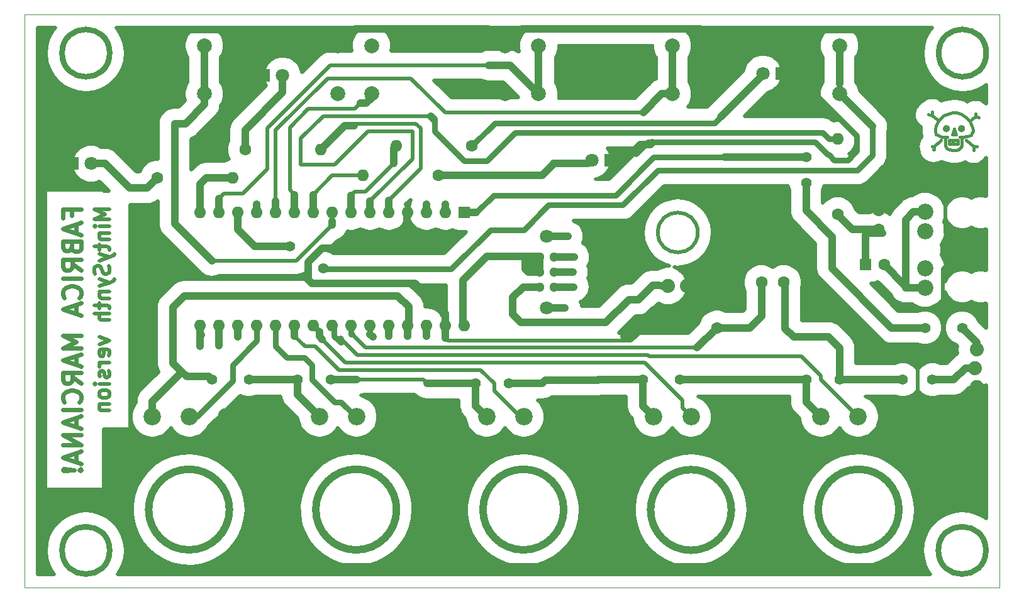
<source format=gbr>
G04 #@! TF.GenerationSoftware,KiCad,Pcbnew,(5.1.2)-1*
G04 #@! TF.CreationDate,2020-03-26T21:16:31-03:00*
G04 #@! TF.ProjectId,MintySynth,4d696e74-7953-4796-9e74-682e6b696361,rev?*
G04 #@! TF.SameCoordinates,Original*
G04 #@! TF.FileFunction,Copper,L2,Bot*
G04 #@! TF.FilePolarity,Positive*
%FSLAX46Y46*%
G04 Gerber Fmt 4.6, Leading zero omitted, Abs format (unit mm)*
G04 Created by KiCad (PCBNEW (5.1.2)-1) date 2020-03-26 21:16:31*
%MOMM*%
%LPD*%
G04 APERTURE LIST*
%ADD10C,0.500000*%
%ADD11C,0.050000*%
%ADD12C,0.625000*%
%ADD13C,0.800000*%
%ADD14C,1.000000*%
%ADD15C,0.381000*%
%ADD16R,1.800000X1.800000*%
%ADD17C,1.800000*%
%ADD18C,1.600000*%
%ADD19O,1.600000X1.600000*%
%ADD20C,1.400000*%
%ADD21C,2.340000*%
%ADD22R,1.600000X1.600000*%
%ADD23C,1.879600*%
%ADD24C,2.181860*%
%ADD25C,1.300000*%
%ADD26C,2.000000*%
%ADD27C,0.250000*%
%ADD28C,0.254000*%
G04 APERTURE END LIST*
D10*
X173413282Y-65170718D02*
G75*
G03X173413282Y-65170718I-2683282J0D01*
G01*
D11*
X82800000Y-113000000D02*
X82800000Y-35800000D01*
X86000000Y-113000000D02*
X82800000Y-113000000D01*
D10*
X94204761Y-62028571D02*
X92204761Y-62028571D01*
X93633333Y-62695238D01*
X92204761Y-63361904D01*
X94204761Y-63361904D01*
X94204761Y-64314285D02*
X92871428Y-64314285D01*
X92204761Y-64314285D02*
X92300000Y-64219047D01*
X92395238Y-64314285D01*
X92300000Y-64409523D01*
X92204761Y-64314285D01*
X92395238Y-64314285D01*
X92871428Y-65266666D02*
X94204761Y-65266666D01*
X93061904Y-65266666D02*
X92966666Y-65361904D01*
X92871428Y-65552380D01*
X92871428Y-65838095D01*
X92966666Y-66028571D01*
X93157142Y-66123809D01*
X94204761Y-66123809D01*
X92871428Y-66790476D02*
X92871428Y-67552380D01*
X92204761Y-67076190D02*
X93919047Y-67076190D01*
X94109523Y-67171428D01*
X94204761Y-67361904D01*
X94204761Y-67552380D01*
X92871428Y-68028571D02*
X94204761Y-68504761D01*
X92871428Y-68980952D02*
X94204761Y-68504761D01*
X94680952Y-68314285D01*
X94776190Y-68219047D01*
X94871428Y-68028571D01*
X94109523Y-69647619D02*
X94204761Y-69933333D01*
X94204761Y-70409523D01*
X94109523Y-70599999D01*
X94014285Y-70695238D01*
X93823809Y-70790476D01*
X93633333Y-70790476D01*
X93442857Y-70695238D01*
X93347619Y-70599999D01*
X93252380Y-70409523D01*
X93157142Y-70028571D01*
X93061904Y-69838095D01*
X92966666Y-69742857D01*
X92776190Y-69647619D01*
X92585714Y-69647619D01*
X92395238Y-69742857D01*
X92300000Y-69838095D01*
X92204761Y-70028571D01*
X92204761Y-70504761D01*
X92300000Y-70790476D01*
X92871428Y-71457142D02*
X94204761Y-71933333D01*
X92871428Y-72409523D02*
X94204761Y-71933333D01*
X94680952Y-71742857D01*
X94776190Y-71647619D01*
X94871428Y-71457142D01*
X92871428Y-73171428D02*
X94204761Y-73171428D01*
X93061904Y-73171428D02*
X92966666Y-73266666D01*
X92871428Y-73457142D01*
X92871428Y-73742857D01*
X92966666Y-73933333D01*
X93157142Y-74028571D01*
X94204761Y-74028571D01*
X92871428Y-74695238D02*
X92871428Y-75457142D01*
X92204761Y-74980952D02*
X93919047Y-74980952D01*
X94109523Y-75076190D01*
X94204761Y-75266666D01*
X94204761Y-75457142D01*
X94204761Y-76123809D02*
X92204761Y-76123809D01*
X94204761Y-76980952D02*
X93157142Y-76980952D01*
X92966666Y-76885714D01*
X92871428Y-76695238D01*
X92871428Y-76409523D01*
X92966666Y-76219047D01*
X93061904Y-76123809D01*
X92871428Y-79266666D02*
X94204761Y-79742857D01*
X92871428Y-80219047D01*
X94109523Y-81742857D02*
X94204761Y-81552380D01*
X94204761Y-81171428D01*
X94109523Y-80980952D01*
X93919047Y-80885714D01*
X93157142Y-80885714D01*
X92966666Y-80980952D01*
X92871428Y-81171428D01*
X92871428Y-81552380D01*
X92966666Y-81742857D01*
X93157142Y-81838095D01*
X93347619Y-81838095D01*
X93538095Y-80885714D01*
X94204761Y-82695238D02*
X92871428Y-82695238D01*
X93252380Y-82695238D02*
X93061904Y-82790476D01*
X92966666Y-82885714D01*
X92871428Y-83076190D01*
X92871428Y-83266666D01*
X94109523Y-83838095D02*
X94204761Y-84028571D01*
X94204761Y-84409523D01*
X94109523Y-84599999D01*
X93919047Y-84695238D01*
X93823809Y-84695238D01*
X93633333Y-84599999D01*
X93538095Y-84409523D01*
X93538095Y-84123809D01*
X93442857Y-83933333D01*
X93252380Y-83838095D01*
X93157142Y-83838095D01*
X92966666Y-83933333D01*
X92871428Y-84123809D01*
X92871428Y-84409523D01*
X92966666Y-84599999D01*
X94204761Y-85552380D02*
X92871428Y-85552380D01*
X92204761Y-85552380D02*
X92300000Y-85457142D01*
X92395238Y-85552380D01*
X92300000Y-85647619D01*
X92204761Y-85552380D01*
X92395238Y-85552380D01*
X94204761Y-86790476D02*
X94109523Y-86599999D01*
X94014285Y-86504761D01*
X93823809Y-86409523D01*
X93252380Y-86409523D01*
X93061904Y-86504761D01*
X92966666Y-86599999D01*
X92871428Y-86790476D01*
X92871428Y-87076190D01*
X92966666Y-87266666D01*
X93061904Y-87361904D01*
X93252380Y-87457142D01*
X93823809Y-87457142D01*
X94014285Y-87361904D01*
X94109523Y-87266666D01*
X94204761Y-87076190D01*
X94204761Y-86790476D01*
X92871428Y-88314285D02*
X94204761Y-88314285D01*
X93061904Y-88314285D02*
X92966666Y-88409523D01*
X92871428Y-88599999D01*
X92871428Y-88885714D01*
X92966666Y-89076190D01*
X93157142Y-89171428D01*
X94204761Y-89171428D01*
D12*
X89121428Y-62873809D02*
X89121428Y-62040476D01*
X90430952Y-62040476D02*
X87930952Y-62040476D01*
X87930952Y-63230952D01*
X89716666Y-64064285D02*
X89716666Y-65254761D01*
X90430952Y-63826190D02*
X87930952Y-64659523D01*
X90430952Y-65492857D01*
X89121428Y-67159523D02*
X89240476Y-67516666D01*
X89359523Y-67635714D01*
X89597619Y-67754761D01*
X89954761Y-67754761D01*
X90192857Y-67635714D01*
X90311904Y-67516666D01*
X90430952Y-67278571D01*
X90430952Y-66326190D01*
X87930952Y-66326190D01*
X87930952Y-67159523D01*
X88050000Y-67397619D01*
X88169047Y-67516666D01*
X88407142Y-67635714D01*
X88645238Y-67635714D01*
X88883333Y-67516666D01*
X89002380Y-67397619D01*
X89121428Y-67159523D01*
X89121428Y-66326190D01*
X90430952Y-70254761D02*
X89240476Y-69421428D01*
X90430952Y-68826190D02*
X87930952Y-68826190D01*
X87930952Y-69778571D01*
X88050000Y-70016666D01*
X88169047Y-70135714D01*
X88407142Y-70254761D01*
X88764285Y-70254761D01*
X89002380Y-70135714D01*
X89121428Y-70016666D01*
X89240476Y-69778571D01*
X89240476Y-68826190D01*
X90430952Y-71326190D02*
X87930952Y-71326190D01*
X90192857Y-73945238D02*
X90311904Y-73826190D01*
X90430952Y-73469047D01*
X90430952Y-73230952D01*
X90311904Y-72873809D01*
X90073809Y-72635714D01*
X89835714Y-72516666D01*
X89359523Y-72397619D01*
X89002380Y-72397619D01*
X88526190Y-72516666D01*
X88288095Y-72635714D01*
X88050000Y-72873809D01*
X87930952Y-73230952D01*
X87930952Y-73469047D01*
X88050000Y-73826190D01*
X88169047Y-73945238D01*
X89716666Y-74897619D02*
X89716666Y-76088095D01*
X90430952Y-74659523D02*
X87930952Y-75492857D01*
X90430952Y-76326190D01*
X90430952Y-79064285D02*
X87930952Y-79064285D01*
X89716666Y-79897619D01*
X87930952Y-80730952D01*
X90430952Y-80730952D01*
X89716666Y-81802380D02*
X89716666Y-82992857D01*
X90430952Y-81564285D02*
X87930952Y-82397619D01*
X90430952Y-83230952D01*
X90430952Y-85492857D02*
X89240476Y-84659523D01*
X90430952Y-84064285D02*
X87930952Y-84064285D01*
X87930952Y-85016666D01*
X88050000Y-85254761D01*
X88169047Y-85373809D01*
X88407142Y-85492857D01*
X88764285Y-85492857D01*
X89002380Y-85373809D01*
X89121428Y-85254761D01*
X89240476Y-85016666D01*
X89240476Y-84064285D01*
X90192857Y-87992857D02*
X90311904Y-87873809D01*
X90430952Y-87516666D01*
X90430952Y-87278571D01*
X90311904Y-86921428D01*
X90073809Y-86683333D01*
X89835714Y-86564285D01*
X89359523Y-86445238D01*
X89002380Y-86445238D01*
X88526190Y-86564285D01*
X88288095Y-86683333D01*
X88050000Y-86921428D01*
X87930952Y-87278571D01*
X87930952Y-87516666D01*
X88050000Y-87873809D01*
X88169047Y-87992857D01*
X90430952Y-89064285D02*
X87930952Y-89064285D01*
X89716666Y-90135714D02*
X89716666Y-91326190D01*
X90430952Y-89897619D02*
X87930952Y-90730952D01*
X90430952Y-91564285D01*
X90430952Y-92397619D02*
X87930952Y-92397619D01*
X90430952Y-93826190D01*
X87930952Y-93826190D01*
X89716666Y-94897619D02*
X89716666Y-96088095D01*
X90430952Y-94659523D02*
X87930952Y-95492857D01*
X90430952Y-96326190D01*
X90192857Y-97159523D02*
X90311904Y-97278571D01*
X90430952Y-97159523D01*
X90311904Y-97040476D01*
X90192857Y-97159523D01*
X90430952Y-97159523D01*
X89478571Y-97159523D02*
X88050000Y-97040476D01*
X87930952Y-97159523D01*
X88050000Y-97278571D01*
X89478571Y-97159523D01*
X87930952Y-97159523D01*
D13*
X212250000Y-41000000D02*
G75*
G03X212250000Y-41000000I-3201562J0D01*
G01*
X94250000Y-41000000D02*
G75*
G03X94250000Y-41000000I-3201562J0D01*
G01*
X94250000Y-108000000D02*
G75*
G03X94250000Y-108000000I-3201562J0D01*
G01*
X212201562Y-108000000D02*
G75*
G03X212201562Y-108000000I-3201562J0D01*
G01*
D14*
X200500000Y-102500000D02*
G75*
G03X200500000Y-102500000I-5436221J0D01*
G01*
X110372442Y-102500000D02*
G75*
G03X110372442Y-102500000I-5436221J0D01*
G01*
X132872442Y-102500000D02*
G75*
G03X132872442Y-102500000I-5436221J0D01*
G01*
X155372442Y-102500000D02*
G75*
G03X155372442Y-102500000I-5436221J0D01*
G01*
X177936221Y-102550000D02*
G75*
G03X177936221Y-102550000I-5436221J0D01*
G01*
D11*
X214000000Y-35800000D02*
X82800000Y-35800000D01*
X214000000Y-113000000D02*
X214000000Y-35800000D01*
X86000000Y-113000000D02*
X214000000Y-113000000D01*
D15*
X205232000Y-53594000D02*
X205232000Y-53975000D01*
X205232000Y-53975000D02*
X205105000Y-53975000D01*
X206121000Y-52705000D02*
X205232000Y-53594000D01*
X205232000Y-53594000D02*
X204978000Y-53594000D01*
X210820000Y-49530000D02*
X211201000Y-49657000D01*
X210820000Y-49530000D02*
X210820000Y-49149000D01*
X210312000Y-49911000D02*
X210820000Y-49530000D01*
X210566000Y-53594000D02*
X210566000Y-54102000D01*
X210566000Y-53594000D02*
X210947000Y-53594000D01*
X209550000Y-52705000D02*
X210566000Y-53594000D01*
X204978000Y-49403000D02*
X204470000Y-49276000D01*
X204978000Y-49403000D02*
X204978000Y-48895000D01*
X205613000Y-49911000D02*
X204978000Y-49403000D01*
X207772000Y-52832000D02*
X207772000Y-53086000D01*
X208407000Y-52705000D02*
X207264000Y-52705000D01*
X207264000Y-52705000D02*
X207264000Y-53213000D01*
X207264000Y-53213000D02*
X208407000Y-53213000D01*
X208407000Y-53213000D02*
X208407000Y-52705000D01*
X209198981Y-51181000D02*
G75*
G03X209198981Y-51181000I-283981J0D01*
G01*
X207166981Y-51181000D02*
G75*
G03X207166981Y-51181000I-283981J0D01*
G01*
X207899000Y-51181000D02*
X207645000Y-51943000D01*
X207645000Y-51943000D02*
X208153000Y-51943000D01*
X208153000Y-51943000D02*
X207899000Y-51181000D01*
X208915000Y-53467000D02*
X208788000Y-53721000D01*
X208788000Y-53721000D02*
X208534000Y-53975000D01*
X208534000Y-53975000D02*
X208153000Y-54102000D01*
X206756000Y-52324000D02*
X206756000Y-53086000D01*
X206756000Y-53086000D02*
X206756000Y-53467000D01*
X206756000Y-53467000D02*
X206883000Y-53848000D01*
X206883000Y-53848000D02*
X207264000Y-53975000D01*
X207264000Y-53975000D02*
X207772000Y-54102000D01*
X207772000Y-54102000D02*
X208153000Y-54102000D01*
X208915000Y-53467000D02*
X208915000Y-53086000D01*
X208915000Y-53086000D02*
X208915000Y-52324000D01*
X210439000Y-51562000D02*
X210312000Y-51816000D01*
X210312000Y-51816000D02*
X210185000Y-52070000D01*
X210185000Y-52070000D02*
X209677000Y-52197000D01*
X209677000Y-52197000D02*
X209042000Y-52324000D01*
X209042000Y-52324000D02*
X208661000Y-52324000D01*
X210439000Y-51562000D02*
X210439000Y-51308000D01*
X210439000Y-51308000D02*
X210312000Y-50800000D01*
X210312000Y-50800000D02*
X210058000Y-50165000D01*
X210058000Y-50165000D02*
X209550000Y-49657000D01*
X209550000Y-49657000D02*
X208915000Y-49276000D01*
X208915000Y-49276000D02*
X208280000Y-49022000D01*
X208280000Y-49022000D02*
X207772000Y-49022000D01*
X207772000Y-49022000D02*
X207137000Y-49149000D01*
X207137000Y-49149000D02*
X206502000Y-49403000D01*
X206502000Y-49403000D02*
X205994000Y-49911000D01*
X205994000Y-49911000D02*
X205740000Y-50292000D01*
X205740000Y-50292000D02*
X205486000Y-50800000D01*
X205486000Y-50800000D02*
X205359000Y-51181000D01*
X205359000Y-51181000D02*
X205359000Y-51562000D01*
X205359000Y-51562000D02*
X205486000Y-51943000D01*
X205486000Y-51943000D02*
X205740000Y-52070000D01*
X205740000Y-52070000D02*
X206248000Y-52324000D01*
X206248000Y-52324000D02*
X206629000Y-52324000D01*
X206629000Y-52324000D02*
X207010000Y-52324000D01*
D16*
X89200000Y-55900000D03*
D17*
X91740000Y-55900000D03*
D18*
X100700000Y-57800000D03*
D19*
X110860000Y-57800000D03*
D16*
X161700000Y-55400000D03*
D17*
X159160000Y-55400000D03*
D20*
X201000000Y-85000000D03*
X205000000Y-85000000D03*
X209000000Y-78000000D03*
X204000000Y-78000000D03*
X118500000Y-67000000D03*
X123000000Y-70000000D03*
X192500000Y-85000000D03*
X188000000Y-85000000D03*
X108000000Y-85000000D03*
X113000000Y-85000000D03*
X124000000Y-85000000D03*
X119500000Y-85000000D03*
X166000000Y-85000000D03*
X171000000Y-85000000D03*
X143500000Y-85500000D03*
X148000000Y-85500000D03*
D21*
X190000000Y-90000000D03*
X195000000Y-90000000D03*
X200000000Y-90000000D03*
D19*
X106440000Y-77740000D03*
X106440000Y-62500000D03*
X142000000Y-77740000D03*
X108980000Y-62500000D03*
X139460000Y-77740000D03*
X111520000Y-62500000D03*
X136920000Y-77740000D03*
X114060000Y-62500000D03*
X134380000Y-77740000D03*
X116600000Y-62500000D03*
X131840000Y-77740000D03*
X119140000Y-62500000D03*
X129300000Y-77740000D03*
X121680000Y-62500000D03*
X126760000Y-77740000D03*
X124220000Y-62500000D03*
X124220000Y-77740000D03*
X126760000Y-62500000D03*
X121680000Y-77740000D03*
X129300000Y-62500000D03*
X119140000Y-77740000D03*
X131840000Y-62500000D03*
X116600000Y-77740000D03*
X134380000Y-62500000D03*
X114060000Y-77740000D03*
X136920000Y-62500000D03*
X111520000Y-77740000D03*
X139460000Y-62500000D03*
X108980000Y-77740000D03*
D22*
X142000000Y-62500000D03*
D18*
X197750000Y-62250000D03*
X197750000Y-64750000D03*
X198500000Y-69500000D03*
D22*
X196000000Y-69500000D03*
D17*
X117540000Y-44000000D03*
D16*
X115000000Y-44000000D03*
X184750000Y-43750000D03*
D17*
X182210000Y-43750000D03*
D23*
X211000000Y-86000000D03*
X210746000Y-83460000D03*
X211000000Y-80920000D03*
X171958000Y-72390000D03*
X169418000Y-72390000D03*
D24*
X204001280Y-65000640D03*
X204001280Y-62402220D03*
X209000000Y-67500000D03*
X204001280Y-69999360D03*
X204001280Y-72597780D03*
D19*
X122660000Y-54000000D03*
D18*
X112500000Y-54000000D03*
X143000000Y-53500000D03*
D19*
X132840000Y-53500000D03*
D18*
X192250000Y-62750000D03*
D19*
X192250000Y-52590000D03*
X165840000Y-78000000D03*
D18*
X176000000Y-78000000D03*
X182000000Y-71900000D03*
X185000000Y-71900000D03*
D21*
X100000000Y-90000000D03*
X105000000Y-90000000D03*
X110000000Y-90000000D03*
X132500000Y-90000000D03*
X127500000Y-90000000D03*
X122500000Y-90000000D03*
X145000000Y-90000000D03*
X150000000Y-90000000D03*
X155000000Y-90000000D03*
X177500000Y-90000000D03*
X172500000Y-90000000D03*
X167500000Y-90000000D03*
D25*
X152100000Y-72500000D03*
X152100000Y-70500000D03*
X152100000Y-68500000D03*
X154100000Y-72500000D03*
X154100000Y-70500000D03*
X154100000Y-68500000D03*
D17*
X153100000Y-75300000D03*
X153100000Y-65700000D03*
D26*
X102500000Y-40000000D03*
X107000000Y-40000000D03*
X102500000Y-46500000D03*
X107000000Y-46500000D03*
X129500000Y-46500000D03*
X125000000Y-46500000D03*
X129500000Y-40000000D03*
X125000000Y-40000000D03*
X152000000Y-46500000D03*
X147500000Y-46500000D03*
X152000000Y-40000000D03*
X147500000Y-40000000D03*
X174500000Y-46500000D03*
X170000000Y-46500000D03*
X174500000Y-40000000D03*
X170000000Y-40000000D03*
X192500000Y-40000000D03*
X197000000Y-40000000D03*
X192500000Y-46500000D03*
X197000000Y-46500000D03*
D20*
X188000000Y-55000000D03*
X188000000Y-58500000D03*
D18*
X138500000Y-57500000D03*
D19*
X128340000Y-57500000D03*
D14*
X106440000Y-78871370D02*
X106553000Y-78984370D01*
X106440000Y-78871370D02*
X106440000Y-77740000D01*
X106440000Y-80504000D02*
X106440000Y-77740000D01*
X107300000Y-57800000D02*
X110860000Y-57800000D01*
X106426000Y-62486000D02*
X106426000Y-58674000D01*
X106440000Y-62500000D02*
X106426000Y-62486000D01*
X106426000Y-58674000D02*
X107300000Y-57800000D01*
X141800000Y-77540000D02*
X142000000Y-77740000D01*
X141800000Y-71600000D02*
X141800000Y-77540000D01*
X145000000Y-68400000D02*
X141800000Y-71600000D01*
X152100000Y-68500000D02*
X152000000Y-68400000D01*
X152100000Y-68500000D02*
X152100000Y-70500000D01*
X152100000Y-70500000D02*
X150637000Y-70500000D01*
X150188000Y-70051000D02*
X150188000Y-68400000D01*
X150637000Y-70500000D02*
X150188000Y-70051000D01*
X152000000Y-68400000D02*
X150188000Y-68400000D01*
X150188000Y-68400000D02*
X145000000Y-68400000D01*
X151450001Y-69686999D02*
X150637000Y-70500000D01*
X151450001Y-69149999D02*
X151450001Y-69686999D01*
X152100000Y-68500000D02*
X151450001Y-69149999D01*
X150749000Y-69149000D02*
X152100000Y-70500000D01*
X152000000Y-40000000D02*
X152000000Y-46500000D01*
X108980000Y-60565000D02*
X108980000Y-62500000D01*
X148172000Y-42672000D02*
X145288000Y-42672000D01*
X152000000Y-46500000D02*
X148172000Y-42672000D01*
D10*
X109601000Y-59944000D02*
X108980000Y-60565000D01*
X112141000Y-59944000D02*
X109601000Y-59944000D01*
X145161000Y-42799000D02*
X145034000Y-42672000D01*
X123913771Y-42672000D02*
X115500000Y-51085771D01*
X145034000Y-42672000D02*
X123913771Y-42672000D01*
X115500000Y-51085771D02*
X115500000Y-56585000D01*
X147955000Y-42799000D02*
X145161000Y-42799000D01*
X115500000Y-56585000D02*
X112141000Y-59944000D01*
X137000000Y-110000000D02*
X160000000Y-110000000D01*
X160000000Y-110000000D02*
X162000000Y-108000000D01*
X162000000Y-108000000D02*
X162000000Y-95500000D01*
X160000000Y-110000000D02*
X183000000Y-110000000D01*
X183000000Y-110000000D02*
X184000000Y-109000000D01*
X184000000Y-109000000D02*
X184000000Y-96000000D01*
X183000000Y-110000000D02*
X199000000Y-110000000D01*
X199000000Y-110000000D02*
X207000000Y-102000000D01*
D14*
X197000000Y-46500000D02*
X197000000Y-40000000D01*
X197000000Y-40000000D02*
X195000000Y-38000000D01*
X176500000Y-38000000D02*
X174500000Y-40000000D01*
X187000000Y-38000000D02*
X176500000Y-38000000D01*
X174500000Y-40000000D02*
X174500000Y-38500000D01*
D10*
X174500000Y-38500000D02*
X174000000Y-38000000D01*
D14*
X149500000Y-38000000D02*
X147500000Y-40000000D01*
X127000000Y-38000000D02*
X125000000Y-40000000D01*
X145200000Y-37700000D02*
X127300000Y-37700000D01*
X145500000Y-38000000D02*
X145200000Y-37700000D01*
X127300000Y-37700000D02*
X127000000Y-38000000D01*
X147500000Y-40000000D02*
X145500000Y-38000000D01*
D10*
X115000000Y-42600000D02*
X115000000Y-44000000D01*
X117600000Y-40000000D02*
X115000000Y-42600000D01*
D14*
X125000000Y-40000000D02*
X117600000Y-40000000D01*
X117600000Y-40000000D02*
X112000000Y-40000000D01*
X109800000Y-37800000D02*
X104700000Y-37800000D01*
X110249999Y-38249999D02*
X109800000Y-37800000D01*
X104700000Y-37800000D02*
X104250001Y-38249999D01*
X112000000Y-40000000D02*
X110249999Y-38249999D01*
X104250001Y-38249999D02*
X103499999Y-39000001D01*
X103499999Y-39000001D02*
X102500000Y-40000000D01*
X211000000Y-86000000D02*
X211000000Y-94000000D01*
D10*
X207000000Y-98000000D02*
X207000000Y-102000000D01*
X211000000Y-94000000D02*
X207000000Y-98000000D01*
X174500000Y-45085787D02*
X174500000Y-40000000D01*
X174500000Y-46500000D02*
X174500000Y-45085787D01*
D14*
X102500000Y-40000000D02*
X102500000Y-46500000D01*
X197750000Y-59250000D02*
X198000000Y-59000000D01*
X197750000Y-62250000D02*
X197750000Y-59250000D01*
D10*
X162400000Y-54700000D02*
X161700000Y-55400000D01*
X188000000Y-43300000D02*
X188000000Y-45300000D01*
X188000000Y-39700000D02*
X188000000Y-43300000D01*
X187000000Y-38000000D02*
X187000000Y-38700000D01*
X187000000Y-38700000D02*
X188000000Y-39700000D01*
D14*
X149800000Y-37700000D02*
X149500000Y-38000000D01*
X174000000Y-38000000D02*
X173700000Y-37700000D01*
X173700000Y-37700000D02*
X149800000Y-37700000D01*
X187200000Y-37800000D02*
X187000000Y-38000000D01*
X195000000Y-38000000D02*
X194800000Y-37800000D01*
X194800000Y-37800000D02*
X187200000Y-37800000D01*
D10*
X139446000Y-77754000D02*
X139460000Y-77740000D01*
D14*
X139446000Y-79375000D02*
X139446000Y-77754000D01*
D10*
X101085787Y-46500000D02*
X102500000Y-46500000D01*
X99100000Y-46500000D02*
X101085787Y-46500000D01*
X96800000Y-48800000D02*
X99100000Y-46500000D01*
X93059000Y-48800000D02*
X96800000Y-48800000D01*
X89200000Y-55900000D02*
X89200000Y-52659000D01*
X89200000Y-52659000D02*
X93059000Y-48800000D01*
D14*
X134300000Y-62580000D02*
X134380000Y-62500000D01*
X120966220Y-71380438D02*
X120966220Y-69150013D01*
X121500000Y-72000000D02*
X120923329Y-71423329D01*
X120923329Y-71423329D02*
X120966220Y-71380438D01*
X135373000Y-72000000D02*
X121500000Y-72000000D01*
X139460000Y-77740000D02*
X139460000Y-76087000D01*
X139460000Y-76087000D02*
X135373000Y-72000000D01*
X120966220Y-69150013D02*
X122806233Y-67310000D01*
X122806233Y-67310000D02*
X132715000Y-67310000D01*
X132715000Y-67310000D02*
X134300000Y-65725000D01*
X134300000Y-65725000D02*
X134300000Y-62580000D01*
D10*
X197999999Y-47499999D02*
X197000000Y-46500000D01*
X200025000Y-49525000D02*
X197999999Y-47499999D01*
X198000000Y-59000000D02*
X200025000Y-56975000D01*
X200025000Y-56975000D02*
X200025000Y-49525000D01*
D14*
X205050000Y-59000000D02*
X198000000Y-59000000D01*
X206629000Y-60579000D02*
X205050000Y-59000000D01*
D10*
X206121000Y-80899000D02*
X205994000Y-80772000D01*
X204851000Y-80899000D02*
X206121000Y-80899000D01*
X207000000Y-88702004D02*
X205797996Y-87500000D01*
X205797996Y-87500000D02*
X203853998Y-87500000D01*
X203853998Y-87500000D02*
X203000000Y-86646002D01*
X203000000Y-86646002D02*
X203000000Y-82750000D01*
X207000000Y-102000000D02*
X207000000Y-88702004D01*
X203000000Y-82750000D02*
X204851000Y-80899000D01*
X172258000Y-72090000D02*
X173600000Y-70800000D01*
X206375000Y-81000000D02*
X206375000Y-70125000D01*
X171958000Y-72390000D02*
X172258000Y-72090000D01*
X173600000Y-70800000D02*
X176200000Y-68200000D01*
X206375000Y-70125000D02*
X209000000Y-67500000D01*
X176200000Y-68200000D02*
X186700000Y-68200000D01*
X186700000Y-68200000D02*
X199500000Y-81000000D01*
X199500000Y-81000000D02*
X206375000Y-81000000D01*
X206756000Y-60706000D02*
X206629000Y-60579000D01*
X209000000Y-67500000D02*
X206756000Y-65256000D01*
X206756000Y-65256000D02*
X206756000Y-60706000D01*
D14*
X173300000Y-74096000D02*
X171958000Y-72390000D01*
X167480000Y-75620000D02*
X165840000Y-77260000D01*
X168220000Y-75620000D02*
X167480000Y-75620000D01*
X165840000Y-77260000D02*
X165840000Y-78000000D01*
X171776000Y-75620000D02*
X173300000Y-74096000D01*
X168220000Y-75620000D02*
X171776000Y-75620000D01*
X164719000Y-79121000D02*
X163449000Y-79121000D01*
X165840000Y-78000000D02*
X164719000Y-79121000D01*
D10*
X139770956Y-79699956D02*
X139446000Y-79375000D01*
X164973000Y-79121000D02*
X164394044Y-79699956D01*
X164394044Y-79699956D02*
X139770956Y-79699956D01*
X139000000Y-108000000D02*
X137000000Y-110000000D01*
X139000000Y-99630000D02*
X139000000Y-108000000D01*
X138430000Y-99060000D02*
X139000000Y-99630000D01*
X138430000Y-91440000D02*
X138430000Y-99060000D01*
X132500000Y-90000000D02*
X136990000Y-90000000D01*
X136990000Y-90000000D02*
X138430000Y-91440000D01*
D13*
X158580000Y-90000000D02*
X155000000Y-90000000D01*
X162000000Y-95500000D02*
X162000000Y-93420000D01*
X162000000Y-93420000D02*
X158580000Y-90000000D01*
X177500000Y-90000000D02*
X182710000Y-90000000D01*
X182710000Y-90000000D02*
X184150000Y-91440000D01*
X184150000Y-91440000D02*
X184150000Y-96520000D01*
X184150000Y-96520000D02*
X184150000Y-95250000D01*
X202500000Y-87500000D02*
X200000000Y-90000000D01*
X203853998Y-87500000D02*
X202500000Y-87500000D01*
D10*
X111654629Y-90000000D02*
X110000000Y-90000000D01*
X120160000Y-110000000D02*
X117000000Y-106840000D01*
X137000000Y-110000000D02*
X120160000Y-110000000D01*
X117000000Y-106840000D02*
X117000000Y-92000000D01*
X117000000Y-92000000D02*
X115170000Y-90170000D01*
X115170000Y-90170000D02*
X111824629Y-90170000D01*
X111824629Y-90170000D02*
X111654629Y-90000000D01*
D14*
X164340000Y-54700000D02*
X162400000Y-54700000D01*
X165700000Y-53340000D02*
X164340000Y-54700000D01*
X167300000Y-53100000D02*
X167060000Y-53340000D01*
X167060000Y-53340000D02*
X165700000Y-53340000D01*
D13*
X166710000Y-53000000D02*
X165100000Y-54610000D01*
X189200000Y-53000000D02*
X166710000Y-53000000D01*
X190900000Y-54700000D02*
X189200000Y-53000000D01*
X191100000Y-54700000D02*
X190900000Y-54700000D01*
X191800000Y-55400000D02*
X191100000Y-54700000D01*
X194800000Y-54200000D02*
X193600000Y-55400000D01*
X193600000Y-55400000D02*
X191800000Y-55400000D01*
X194800000Y-52100000D02*
X194800000Y-54200000D01*
X184750000Y-43250000D02*
X186850000Y-43250000D01*
X186900000Y-43200000D02*
X186900000Y-44400000D01*
X186850000Y-43250000D02*
X186900000Y-43200000D01*
X186900000Y-44400000D02*
X187875000Y-45375000D01*
X187875000Y-45375000D02*
X188075000Y-45375000D01*
X188075000Y-45375000D02*
X194800000Y-52100000D01*
D14*
X192500000Y-45085787D02*
X192500000Y-40000000D01*
D10*
X192500000Y-46500000D02*
X192500000Y-45085787D01*
D14*
X116020000Y-67000000D02*
X118500000Y-67000000D01*
X111520000Y-62500000D02*
X111520000Y-64770000D01*
X113750000Y-67000000D02*
X116020000Y-67000000D01*
X111520000Y-64770000D02*
X113750000Y-67000000D01*
D13*
X123415986Y-70103655D02*
X123030360Y-70103655D01*
X150000000Y-64800000D02*
X145500000Y-64800000D01*
X153349981Y-61450019D02*
X150000000Y-64800000D01*
X196900010Y-50900010D02*
X196900010Y-54726351D01*
X140196345Y-70103655D02*
X123415986Y-70103655D01*
D14*
X192500000Y-46500000D02*
X196900010Y-50900010D01*
D13*
X145500000Y-64800000D02*
X140196345Y-70103655D01*
X196900010Y-54726351D02*
X194876361Y-56750000D01*
X194876361Y-56750000D02*
X168050000Y-56750000D01*
X168050000Y-56750000D02*
X163349981Y-61450019D01*
X163349981Y-61450019D02*
X153349981Y-61450019D01*
D14*
X136920000Y-79107000D02*
X136920000Y-77740000D01*
X209416923Y-83460000D02*
X207876923Y-85000000D01*
X207876923Y-85000000D02*
X205000000Y-85000000D01*
X210746000Y-83460000D02*
X209416923Y-83460000D01*
X137000000Y-85500000D02*
X143500000Y-85500000D01*
X160000000Y-85000000D02*
X165434297Y-85000000D01*
X165434297Y-85000000D02*
X165999982Y-85000000D01*
X171565681Y-84999996D02*
X170999996Y-84999996D01*
X176499996Y-84999996D02*
X171565681Y-84999996D01*
X195000000Y-85000000D02*
X193065685Y-85000000D01*
D10*
X193065685Y-85000000D02*
X192500000Y-85000000D01*
D14*
X187999996Y-84999996D02*
X188000000Y-85000000D01*
X170999996Y-84999996D02*
X187999996Y-84999996D01*
X113000000Y-85000000D02*
X119500000Y-85000000D01*
D10*
X124590208Y-84975477D02*
X124024523Y-84975477D01*
D14*
X127475477Y-84975477D02*
X124590208Y-84975477D01*
D10*
X134500000Y-77620000D02*
X134380000Y-77740000D01*
D14*
X104600001Y-84600001D02*
X107600001Y-84600001D01*
X134500000Y-77620000D02*
X134500000Y-75200000D01*
X133000000Y-73700000D02*
X104300000Y-73700000D01*
X107600001Y-84600001D02*
X108000000Y-85000000D01*
X104300000Y-73700000D02*
X102750000Y-75250000D01*
X102750000Y-75250000D02*
X102750000Y-82750000D01*
X134500000Y-75200000D02*
X133000000Y-73700000D01*
X134380000Y-78627000D02*
X134380000Y-77740000D01*
X134380000Y-79107000D02*
X134380000Y-77740000D01*
X143500000Y-88500000D02*
X145000000Y-90000000D01*
X143500000Y-85500000D02*
X143500000Y-88500000D01*
D10*
X136475477Y-84975477D02*
X137000000Y-85500000D01*
X127475477Y-84975477D02*
X136475477Y-84975477D01*
D14*
X100000000Y-87960000D02*
X103980000Y-83980000D01*
X100000000Y-90000000D02*
X100000000Y-87960000D01*
X102750000Y-82750000D02*
X103980000Y-83980000D01*
X103980000Y-83980000D02*
X104600001Y-84600001D01*
X119500000Y-87000000D02*
X119500000Y-85000000D01*
X122500000Y-90000000D02*
X119500000Y-87000000D01*
X148565669Y-85500000D02*
X147999984Y-85500000D01*
X152500000Y-85500000D02*
X148565669Y-85500000D01*
X160020000Y-85090000D02*
X152910000Y-85090000D01*
X152910000Y-85090000D02*
X152500000Y-85500000D01*
X166000000Y-88500000D02*
X167500000Y-90000000D01*
X166000000Y-85000000D02*
X166000000Y-88500000D01*
X192500000Y-80740000D02*
X192500000Y-85000000D01*
X191010000Y-79250000D02*
X192500000Y-80740000D01*
X186311000Y-79250000D02*
X191010000Y-79250000D01*
X185166000Y-78105000D02*
X186311000Y-79250000D01*
X185000000Y-71900000D02*
X185166000Y-72066000D01*
X185166000Y-72066000D02*
X185166000Y-78105000D01*
X188000000Y-88000000D02*
X190000000Y-90000000D01*
X188000000Y-85000000D02*
X188000000Y-88000000D01*
X195000000Y-85000000D02*
X201000000Y-85000000D01*
X170000000Y-46500000D02*
X170000000Y-40000000D01*
D10*
X166085787Y-49000000D02*
X139414229Y-49000000D01*
X139414229Y-49000000D02*
X134814229Y-44400000D01*
X134814229Y-44400000D02*
X123600000Y-44400000D01*
D14*
X168585787Y-46500000D02*
X166085787Y-49000000D01*
D10*
X123600000Y-44400000D02*
X116586000Y-51414000D01*
D27*
X116600000Y-60974000D02*
X116586000Y-60960000D01*
D14*
X116600000Y-62500000D02*
X116600000Y-60974000D01*
D10*
X116586000Y-51414000D02*
X116586000Y-60960000D01*
D14*
X170000000Y-46500000D02*
X168585787Y-46500000D01*
X131840000Y-79107000D02*
X131840000Y-77740000D01*
D10*
X119126000Y-62486000D02*
X119140000Y-62500000D01*
D14*
X119126000Y-60071000D02*
X119126000Y-62486000D01*
D10*
X129500000Y-46500000D02*
X129500000Y-47030000D01*
D14*
X128778000Y-47752000D02*
X128016000Y-47752000D01*
X129500000Y-47030000D02*
X128778000Y-47752000D01*
D10*
X118500000Y-59445000D02*
X119126000Y-60071000D01*
X118500000Y-51000000D02*
X118500000Y-59445000D01*
X121000022Y-48499978D02*
X118500000Y-51000000D01*
X128030022Y-47752000D02*
X127282044Y-48499978D01*
X127282044Y-48499978D02*
X121000022Y-48499978D01*
D14*
X121680000Y-60057000D02*
X121680000Y-62500000D01*
D10*
X128340000Y-57500000D02*
X124237000Y-57500000D01*
X124237000Y-57500000D02*
X121680000Y-60057000D01*
D14*
X176000000Y-78000000D02*
X173300033Y-80699967D01*
D10*
X173300033Y-80699967D02*
X128705967Y-80699967D01*
D14*
X182000000Y-76445000D02*
X182000000Y-71900000D01*
X176000000Y-78000000D02*
X180445000Y-78000000D01*
X180445000Y-78000000D02*
X182000000Y-76445000D01*
D13*
X126819130Y-78930500D02*
X126936500Y-78930500D01*
X126760000Y-78871370D02*
X126819130Y-78930500D01*
X126760000Y-77740000D02*
X126760000Y-78871370D01*
D10*
X128705967Y-80699967D02*
X126936500Y-78930500D01*
D14*
X103000000Y-50500000D02*
X103000000Y-64000000D01*
X103000000Y-64000000D02*
X108000000Y-69000000D01*
D10*
X124220000Y-63631370D02*
X124220000Y-62500000D01*
D14*
X124220000Y-64180000D02*
X124220000Y-63631370D01*
D10*
X108000000Y-69000000D02*
X119400000Y-69000000D01*
X119400000Y-69000000D02*
X124220000Y-64180000D01*
D14*
X107000000Y-40000000D02*
X107000000Y-46500000D01*
X107000000Y-46500000D02*
X107000000Y-47940000D01*
X104440000Y-50500000D02*
X103000000Y-50500000D01*
X107000000Y-47940000D02*
X104440000Y-50500000D01*
D10*
X190000000Y-85000000D02*
X190000000Y-84500000D01*
X190000000Y-84500000D02*
X187349976Y-81849976D01*
X187349976Y-81849976D02*
X166841519Y-81849976D01*
X166841519Y-81849976D02*
X166691521Y-81699978D01*
X195000000Y-90000000D02*
X190000000Y-85000000D01*
X166691521Y-81699978D02*
X127546978Y-81699978D01*
X127546978Y-81699978D02*
X125285500Y-79438500D01*
D13*
X125349000Y-79502000D02*
X125285500Y-79438500D01*
X125349000Y-80010000D02*
X125349000Y-79502000D01*
X124460000Y-79121000D02*
X125349000Y-80010000D01*
X124220000Y-77740000D02*
X124460000Y-77980000D01*
X124460000Y-77980000D02*
X124460000Y-79121000D01*
D14*
X126760000Y-60184000D02*
X126760000Y-62500000D01*
D10*
X127254000Y-59690000D02*
X126760000Y-60184000D01*
X128651000Y-59690000D02*
X127254000Y-59690000D01*
X132500000Y-55841000D02*
X128651000Y-59690000D01*
X132840000Y-53500000D02*
X132500000Y-53840000D01*
D14*
X132500000Y-53840000D02*
X132500000Y-55841000D01*
D10*
X171330001Y-88830001D02*
X171330001Y-87752687D01*
X172500000Y-90000000D02*
X171330001Y-88830001D01*
X171330001Y-87752687D02*
X166277303Y-82699989D01*
X166277303Y-82699989D02*
X126006989Y-82699989D01*
D14*
X122479999Y-79172999D02*
X122872500Y-79565500D01*
X122479999Y-78539999D02*
X122479999Y-79172999D01*
D13*
X121680000Y-77740000D02*
X122479999Y-78539999D01*
D10*
X126006989Y-82699989D02*
X122872500Y-79565500D01*
D13*
X138000000Y-51500000D02*
X138000000Y-50000000D01*
X191118630Y-52590000D02*
X190228630Y-51700000D01*
X192250000Y-52590000D02*
X191118630Y-52590000D01*
X148800000Y-51700000D02*
X145000000Y-55500000D01*
X145000000Y-55500000D02*
X142000000Y-55500000D01*
X190228630Y-51700000D02*
X148800000Y-51700000D01*
X142000000Y-55500000D02*
X138000000Y-51500000D01*
D14*
X129300000Y-60946000D02*
X129300000Y-62500000D01*
D10*
X124500000Y-56000000D02*
X129000000Y-51500000D01*
X120000000Y-56000000D02*
X124500000Y-56000000D01*
X120000000Y-52500000D02*
X120000000Y-56000000D01*
X135000000Y-55246000D02*
X129300000Y-60946000D01*
X123000011Y-49499989D02*
X120000000Y-52500000D01*
D14*
X137900000Y-49900000D02*
X137499989Y-49499989D01*
D10*
X137499989Y-49499989D02*
X123000011Y-49499989D01*
X129000000Y-51500000D02*
X135000000Y-51500000D01*
X135000000Y-51500000D02*
X135000000Y-55246000D01*
X119126000Y-77754000D02*
X119140000Y-77740000D01*
D14*
X119126000Y-79121000D02*
X119126000Y-77754000D01*
D10*
X120523000Y-80518000D02*
X119126000Y-79121000D01*
X121918000Y-80518000D02*
X120523000Y-80518000D01*
X149500000Y-90000000D02*
X146000000Y-86500000D01*
X150000000Y-90000000D02*
X149500000Y-90000000D01*
X146000000Y-86500000D02*
X146000000Y-85500000D01*
X146000000Y-85500000D02*
X144200000Y-83700000D01*
X144200000Y-83700000D02*
X125100000Y-83700000D01*
X125100000Y-83700000D02*
X121918000Y-80518000D01*
X131826000Y-62486000D02*
X131840000Y-62500000D01*
X135499989Y-50499989D02*
X136109999Y-51109999D01*
X126160011Y-50499989D02*
X135499989Y-50499989D01*
X136109999Y-51109999D02*
X136109999Y-56549001D01*
X136109999Y-56549001D02*
X131826000Y-60833000D01*
D14*
X131826000Y-60833000D02*
X131826000Y-62486000D01*
X125860000Y-50800000D02*
X127127000Y-50800000D01*
X122660000Y-54000000D02*
X125860000Y-50800000D01*
D13*
X116600000Y-80504000D02*
X116600000Y-77740000D01*
X121500000Y-83000000D02*
X120500000Y-82000000D01*
X127500000Y-90000000D02*
X127422686Y-90000000D01*
X121500000Y-85000000D02*
X121500000Y-83000000D01*
X124500000Y-88000000D02*
X121500000Y-85000000D01*
X125422686Y-88000000D02*
X124500000Y-88000000D01*
X127422686Y-90000000D02*
X125422686Y-88000000D01*
X120500000Y-82000000D02*
X118068000Y-82000000D01*
X118068000Y-82000000D02*
X116586000Y-80518000D01*
X116586000Y-80518000D02*
X116600000Y-80504000D01*
X114060000Y-79742000D02*
X114060000Y-77740000D01*
X110800000Y-83002000D02*
X114060000Y-79742000D01*
X110800000Y-85161000D02*
X110800000Y-83002000D01*
X105000000Y-90000000D02*
X105961000Y-90000000D01*
X105961000Y-90000000D02*
X110800000Y-85161000D01*
D14*
X136920000Y-61368630D02*
X136906000Y-61354630D01*
X136920000Y-61368630D02*
X136920000Y-62500000D01*
X111520000Y-79262000D02*
X111520000Y-77740000D01*
X139460000Y-61368630D02*
X139446000Y-61354630D01*
X139460000Y-61368630D02*
X139460000Y-62500000D01*
X108980000Y-80377000D02*
X108980000Y-77740000D01*
X211000000Y-80920000D02*
X211000000Y-80000000D01*
X211000000Y-80000000D02*
X209000000Y-78000000D01*
X188000000Y-55000000D02*
X177000000Y-55000000D01*
X188000000Y-62232218D02*
X188000000Y-59489949D01*
X191500000Y-65732218D02*
X188000000Y-62232218D01*
X191500000Y-70000000D02*
X191500000Y-65732218D01*
X199500000Y-78000000D02*
X191500000Y-70000000D01*
X204000000Y-78000000D02*
X199500000Y-78000000D01*
X188000000Y-59489949D02*
X188000000Y-58500000D01*
X143600000Y-62500000D02*
X142000000Y-62500000D01*
D13*
X145949992Y-60150008D02*
X143600000Y-62500000D01*
X162349992Y-60150008D02*
X145949992Y-60150008D01*
X177000000Y-55000000D02*
X167500000Y-55000000D01*
X167500000Y-55000000D02*
X162349992Y-60150008D01*
D14*
X198250000Y-65250000D02*
X197750000Y-64750000D01*
X196250000Y-65250000D02*
X198250000Y-65250000D01*
X196000000Y-69500000D02*
X196000000Y-65500000D01*
X196000000Y-65500000D02*
X196250000Y-65250000D01*
X197750000Y-64750000D02*
X194250000Y-64750000D01*
X193049999Y-63549999D02*
X192250000Y-62750000D01*
X194250000Y-64750000D02*
X193049999Y-63549999D01*
X201402220Y-63458472D02*
X201402220Y-72597780D01*
X202458472Y-62402220D02*
X201402220Y-63458472D01*
X204001280Y-62402220D02*
X202458472Y-62402220D01*
X204001280Y-72597780D02*
X201402220Y-72597780D01*
X201250000Y-72250000D02*
X198500000Y-69500000D01*
X201500000Y-72250000D02*
X201250000Y-72250000D01*
X201402220Y-72597780D02*
X201402220Y-72347780D01*
X201402220Y-72347780D02*
X201500000Y-72250000D01*
X117540000Y-45272792D02*
X117540000Y-44000000D01*
X112500000Y-54000000D02*
X112500000Y-51368630D01*
X112500000Y-51368630D02*
X117540000Y-46328630D01*
X117540000Y-46328630D02*
X117540000Y-45272792D01*
D10*
X182210000Y-43250000D02*
X182210000Y-43540000D01*
D13*
X175700011Y-50399989D02*
X176500000Y-49600000D01*
X143000000Y-53500000D02*
X146100011Y-50399989D01*
X146100011Y-50399989D02*
X175700011Y-50399989D01*
D14*
X182210000Y-43890000D02*
X176500000Y-49600000D01*
X182210000Y-43750000D02*
X182210000Y-43890000D01*
X149900000Y-72500000D02*
X152100000Y-72500000D01*
X149600000Y-77300000D02*
X148500000Y-76200000D01*
X161030923Y-77300000D02*
X149600000Y-77300000D01*
X164130923Y-74200000D02*
X161030923Y-77300000D01*
X165460000Y-74200000D02*
X164130923Y-74200000D01*
X169418000Y-72390000D02*
X167360000Y-72300000D01*
X167360000Y-72300000D02*
X165460000Y-74200000D01*
X148500000Y-76200000D02*
X148500000Y-73900000D01*
X148500000Y-73900000D02*
X149900000Y-72500000D01*
X156701000Y-72500000D02*
X154100000Y-72500000D01*
X156576000Y-70500000D02*
X154100000Y-70500000D01*
X156591000Y-70485000D02*
X156576000Y-70500000D01*
X156765000Y-68500000D02*
X154100000Y-68500000D01*
X155564000Y-75300000D02*
X153100000Y-75300000D01*
X155915000Y-65700000D02*
X153100000Y-65700000D01*
X114060000Y-61368630D02*
X114046000Y-61354630D01*
X114060000Y-61368630D02*
X114060000Y-62500000D01*
X99900001Y-58599999D02*
X100700000Y-57800000D01*
X93640000Y-55900000D02*
X96939999Y-59199999D01*
X91740000Y-55900000D02*
X93640000Y-55900000D01*
X96939999Y-59199999D02*
X99300001Y-59199999D01*
X99300001Y-59199999D02*
X99900001Y-58599999D01*
X129300000Y-78871370D02*
X129667000Y-79238370D01*
D13*
X129300000Y-78871370D02*
X129300000Y-77740000D01*
D14*
X152460000Y-57500000D02*
X138500000Y-57500000D01*
X154060000Y-55900000D02*
X152460000Y-57500000D01*
D10*
X158660000Y-55900000D02*
X159160000Y-55400000D01*
D14*
X154000000Y-55900000D02*
X158660000Y-55900000D01*
D10*
G36*
X86533282Y-38090181D02*
G01*
X86054086Y-39022596D01*
X85765123Y-40030330D01*
X85677400Y-41074999D01*
X85794258Y-42116811D01*
X86111246Y-43116083D01*
X86616290Y-44034755D01*
X87290153Y-44837834D01*
X88107168Y-45494731D01*
X89036215Y-45980426D01*
X90041908Y-46276417D01*
X91085938Y-46371431D01*
X92128541Y-46261849D01*
X93130002Y-45951845D01*
X94052177Y-45453227D01*
X94859941Y-44784986D01*
X95522526Y-43972577D01*
X96014694Y-43046943D01*
X96317699Y-42043342D01*
X96420000Y-41000000D01*
X96417906Y-40850017D01*
X96286513Y-39809939D01*
X95955604Y-38815189D01*
X95437782Y-37903658D01*
X95154092Y-37575000D01*
X105679401Y-37575000D01*
X105246977Y-37863936D01*
X104863936Y-38246977D01*
X104562982Y-38697387D01*
X104355681Y-39197855D01*
X104250000Y-39729149D01*
X104250000Y-40270851D01*
X104355681Y-40802145D01*
X104562982Y-41302613D01*
X104750000Y-41582506D01*
X104750001Y-44917493D01*
X104562982Y-45197387D01*
X104355681Y-45697855D01*
X104250000Y-46229149D01*
X104250000Y-46770851D01*
X104355681Y-47302145D01*
X104385027Y-47372993D01*
X103508020Y-48250000D01*
X103110528Y-48250000D01*
X103000000Y-48239114D01*
X102858779Y-48253023D01*
X102558923Y-48282556D01*
X102134796Y-48411214D01*
X101743919Y-48620142D01*
X101401312Y-48901312D01*
X101120142Y-49243919D01*
X100911214Y-49634796D01*
X100782556Y-50058923D01*
X100739114Y-50500000D01*
X100750000Y-50610528D01*
X100750000Y-55250000D01*
X100448847Y-55250000D01*
X99956193Y-55347995D01*
X99492122Y-55540220D01*
X99074470Y-55819286D01*
X98719286Y-56174470D01*
X98440220Y-56592122D01*
X98291982Y-56949999D01*
X97871980Y-56949999D01*
X95309148Y-54387168D01*
X95238688Y-54301312D01*
X94896081Y-54020142D01*
X94505204Y-53811214D01*
X94081077Y-53682556D01*
X93750528Y-53650000D01*
X93750525Y-53650000D01*
X93640000Y-53639114D01*
X93529475Y-53650000D01*
X93142510Y-53650000D01*
X92995246Y-53551601D01*
X92512976Y-53351838D01*
X92001002Y-53250000D01*
X91478998Y-53250000D01*
X90967024Y-53351838D01*
X90484754Y-53551601D01*
X90050724Y-53841611D01*
X89681611Y-54210724D01*
X89391601Y-54644754D01*
X89191838Y-55127024D01*
X89090000Y-55638998D01*
X89090000Y-56161002D01*
X89191838Y-56672976D01*
X89391601Y-57155246D01*
X89681611Y-57589276D01*
X90050724Y-57958389D01*
X90484754Y-58248399D01*
X90967024Y-58448162D01*
X91478998Y-58550000D01*
X92001002Y-58550000D01*
X92512976Y-58448162D01*
X92861725Y-58303705D01*
X94110400Y-59552381D01*
X93468750Y-59552381D01*
X93468750Y-59382738D01*
X85593750Y-59382738D01*
X85593750Y-99817262D01*
X93468750Y-99817262D01*
X93468750Y-91647619D01*
X96985000Y-91647619D01*
X96985000Y-61456453D01*
X97050524Y-61449999D01*
X99189476Y-61449999D01*
X99300001Y-61460885D01*
X99410526Y-61449999D01*
X99410529Y-61449999D01*
X99741078Y-61417443D01*
X100165205Y-61288785D01*
X100556082Y-61079857D01*
X100750001Y-60920712D01*
X100750001Y-63889465D01*
X100739114Y-64000000D01*
X100775149Y-64365858D01*
X100782557Y-64441077D01*
X100803366Y-64509676D01*
X100911214Y-64865203D01*
X101120142Y-65256081D01*
X101310530Y-65488069D01*
X101401313Y-65598688D01*
X101487164Y-65669144D01*
X106487164Y-70669145D01*
X106743918Y-70879858D01*
X107134797Y-71088786D01*
X107558923Y-71217443D01*
X108000000Y-71260886D01*
X108441077Y-71217443D01*
X108865203Y-71088786D01*
X109031310Y-71000000D01*
X119301757Y-71000000D01*
X119400000Y-71009676D01*
X119498243Y-71000000D01*
X119498253Y-71000000D01*
X119792069Y-70971062D01*
X120169070Y-70856699D01*
X120516517Y-70670985D01*
X120618776Y-70587063D01*
X120644152Y-70714639D01*
X120828838Y-71160510D01*
X121022269Y-71450000D01*
X104410525Y-71450000D01*
X104299999Y-71439114D01*
X104189474Y-71450000D01*
X104189472Y-71450000D01*
X103858923Y-71482556D01*
X103453916Y-71605414D01*
X103434796Y-71611214D01*
X103043918Y-71820142D01*
X102788314Y-72029911D01*
X102701312Y-72101312D01*
X102630855Y-72187164D01*
X101237168Y-73580852D01*
X101151312Y-73651312D01*
X100870142Y-73993919D01*
X100661214Y-74384797D01*
X100532556Y-74808924D01*
X100505606Y-75082556D01*
X100489114Y-75250000D01*
X100500000Y-75360526D01*
X100500001Y-82639465D01*
X100489114Y-82750000D01*
X100527935Y-83144152D01*
X100532557Y-83191077D01*
X100547129Y-83239114D01*
X100661214Y-83615203D01*
X100835935Y-83942084D01*
X98487164Y-86290856D01*
X98401313Y-86361312D01*
X98330857Y-86447163D01*
X98330855Y-86447165D01*
X98120142Y-86703919D01*
X97911214Y-87094797D01*
X97881663Y-87192214D01*
X97782556Y-87518923D01*
X97750000Y-87849472D01*
X97739114Y-87960000D01*
X97750000Y-88070525D01*
X97750000Y-88120496D01*
X97731888Y-88138608D01*
X97412329Y-88616861D01*
X97192214Y-89148267D01*
X97080000Y-89712405D01*
X97080000Y-90287595D01*
X97192214Y-90851733D01*
X97412329Y-91383139D01*
X97731888Y-91861392D01*
X98138608Y-92268112D01*
X98616861Y-92587671D01*
X99148267Y-92807786D01*
X99712405Y-92920000D01*
X100287595Y-92920000D01*
X100851733Y-92807786D01*
X101383139Y-92587671D01*
X101861392Y-92268112D01*
X102268112Y-91861392D01*
X102500000Y-91514348D01*
X102731888Y-91861392D01*
X103138608Y-92268112D01*
X103616861Y-92587671D01*
X104148267Y-92807786D01*
X104712405Y-92920000D01*
X105287595Y-92920000D01*
X105851733Y-92807786D01*
X106383139Y-92587671D01*
X106861392Y-92268112D01*
X107268112Y-91861392D01*
X107502017Y-91511329D01*
X107555966Y-91445592D01*
X111834039Y-87167520D01*
X111839490Y-87171162D01*
X112285361Y-87355848D01*
X112758696Y-87450000D01*
X113241304Y-87450000D01*
X113714639Y-87355848D01*
X113970178Y-87250000D01*
X117263737Y-87250000D01*
X117282556Y-87441076D01*
X117411214Y-87865203D01*
X117620142Y-88256081D01*
X117901312Y-88598688D01*
X117987169Y-88669149D01*
X119580000Y-90261980D01*
X119580000Y-90287595D01*
X119692214Y-90851733D01*
X119912329Y-91383139D01*
X120231888Y-91861392D01*
X120638608Y-92268112D01*
X121116861Y-92587671D01*
X121648267Y-92807786D01*
X122212405Y-92920000D01*
X122787595Y-92920000D01*
X123351733Y-92807786D01*
X123883139Y-92587671D01*
X124361392Y-92268112D01*
X124768112Y-91861392D01*
X125000000Y-91514348D01*
X125231888Y-91861392D01*
X125638608Y-92268112D01*
X126116861Y-92587671D01*
X126648267Y-92807786D01*
X127212405Y-92920000D01*
X127787595Y-92920000D01*
X128351733Y-92807786D01*
X128883139Y-92587671D01*
X129361392Y-92268112D01*
X129768112Y-91861392D01*
X130087671Y-91383139D01*
X130307786Y-90851733D01*
X130420000Y-90287595D01*
X130420000Y-89712405D01*
X130307786Y-89148267D01*
X130087671Y-88616861D01*
X129768112Y-88138608D01*
X129361392Y-87731888D01*
X128883139Y-87412329D01*
X128351733Y-87192214D01*
X128090308Y-87140213D01*
X128340681Y-87064263D01*
X128506788Y-86975477D01*
X135300195Y-86975477D01*
X135401312Y-87098688D01*
X135743919Y-87379858D01*
X136134796Y-87588786D01*
X136558923Y-87717444D01*
X136889472Y-87750000D01*
X141250000Y-87750000D01*
X141250000Y-88389475D01*
X141239114Y-88500000D01*
X141250000Y-88610525D01*
X141250000Y-88610528D01*
X141282556Y-88941077D01*
X141352986Y-89173250D01*
X141411214Y-89365203D01*
X141620142Y-89756081D01*
X141776430Y-89946518D01*
X141901313Y-90098688D01*
X141987164Y-90169144D01*
X142080000Y-90261980D01*
X142080000Y-90287595D01*
X142192214Y-90851733D01*
X142412329Y-91383139D01*
X142731888Y-91861392D01*
X143138608Y-92268112D01*
X143616861Y-92587671D01*
X144148267Y-92807786D01*
X144712405Y-92920000D01*
X145287595Y-92920000D01*
X145851733Y-92807786D01*
X146383139Y-92587671D01*
X146861392Y-92268112D01*
X147268112Y-91861392D01*
X147500000Y-91514348D01*
X147731888Y-91861392D01*
X148138608Y-92268112D01*
X148616861Y-92587671D01*
X149148267Y-92807786D01*
X149712405Y-92920000D01*
X150287595Y-92920000D01*
X150851733Y-92807786D01*
X151383139Y-92587671D01*
X151861392Y-92268112D01*
X152268112Y-91861392D01*
X152587671Y-91383139D01*
X152807786Y-90851733D01*
X152920000Y-90287595D01*
X152920000Y-89712405D01*
X152807786Y-89148267D01*
X152587671Y-88616861D01*
X152268112Y-88138608D01*
X151879504Y-87750000D01*
X152389475Y-87750000D01*
X152500000Y-87760886D01*
X152610525Y-87750000D01*
X152610528Y-87750000D01*
X152941077Y-87717444D01*
X153365204Y-87588786D01*
X153756081Y-87379858D01*
X153804648Y-87340000D01*
X160130528Y-87340000D01*
X160461077Y-87307444D01*
X160650444Y-87250000D01*
X163750000Y-87250000D01*
X163750000Y-88389475D01*
X163739114Y-88500000D01*
X163750000Y-88610525D01*
X163750000Y-88610528D01*
X163771297Y-88826750D01*
X163782557Y-88941076D01*
X163911214Y-89365203D01*
X164120142Y-89756081D01*
X164276430Y-89946518D01*
X164401313Y-90098688D01*
X164487164Y-90169144D01*
X164580000Y-90261980D01*
X164580000Y-90287595D01*
X164692214Y-90851733D01*
X164912329Y-91383139D01*
X165231888Y-91861392D01*
X165638608Y-92268112D01*
X166116861Y-92587671D01*
X166648267Y-92807786D01*
X167212405Y-92920000D01*
X167787595Y-92920000D01*
X168351733Y-92807786D01*
X168883139Y-92587671D01*
X169361392Y-92268112D01*
X169768112Y-91861392D01*
X170000000Y-91514348D01*
X170231888Y-91861392D01*
X170638608Y-92268112D01*
X171116861Y-92587671D01*
X171648267Y-92807786D01*
X172212405Y-92920000D01*
X172787595Y-92920000D01*
X173351733Y-92807786D01*
X173883139Y-92587671D01*
X174361392Y-92268112D01*
X174768112Y-91861392D01*
X175087671Y-91383139D01*
X175307786Y-90851733D01*
X175420000Y-90287595D01*
X175420000Y-89712405D01*
X175307786Y-89148267D01*
X175087671Y-88616861D01*
X174768112Y-88138608D01*
X174361392Y-87731888D01*
X173883139Y-87412329D01*
X173491231Y-87249996D01*
X185750000Y-87249996D01*
X185750000Y-87889475D01*
X185739114Y-88000000D01*
X185750000Y-88110525D01*
X185750000Y-88110528D01*
X185782556Y-88441077D01*
X185847529Y-88655261D01*
X185911214Y-88865203D01*
X186120142Y-89256081D01*
X186257681Y-89423672D01*
X186401313Y-89598688D01*
X186487164Y-89669144D01*
X187080000Y-90261980D01*
X187080000Y-90287595D01*
X187192214Y-90851733D01*
X187412329Y-91383139D01*
X187731888Y-91861392D01*
X188138608Y-92268112D01*
X188616861Y-92587671D01*
X189148267Y-92807786D01*
X189712405Y-92920000D01*
X190287595Y-92920000D01*
X190851733Y-92807786D01*
X191383139Y-92587671D01*
X191861392Y-92268112D01*
X192268112Y-91861392D01*
X192500000Y-91514348D01*
X192731888Y-91861392D01*
X193138608Y-92268112D01*
X193616861Y-92587671D01*
X194148267Y-92807786D01*
X194712405Y-92920000D01*
X195287595Y-92920000D01*
X195851733Y-92807786D01*
X196383139Y-92587671D01*
X196861392Y-92268112D01*
X197268112Y-91861392D01*
X197587671Y-91383139D01*
X197807786Y-90851733D01*
X197920000Y-90287595D01*
X197920000Y-89712405D01*
X197807786Y-89148267D01*
X197587671Y-88616861D01*
X197268112Y-88138608D01*
X196861392Y-87731888D01*
X196383139Y-87412329D01*
X195991241Y-87250000D01*
X200029822Y-87250000D01*
X200285361Y-87355848D01*
X200758696Y-87450000D01*
X201241304Y-87450000D01*
X201714639Y-87355848D01*
X202160510Y-87171162D01*
X202561784Y-86903040D01*
X202903040Y-86561784D01*
X203000000Y-86416673D01*
X203096960Y-86561784D01*
X203438216Y-86903040D01*
X203839490Y-87171162D01*
X204285361Y-87355848D01*
X204758696Y-87450000D01*
X205241304Y-87450000D01*
X205714639Y-87355848D01*
X205970178Y-87250000D01*
X207766398Y-87250000D01*
X207876923Y-87260886D01*
X207987448Y-87250000D01*
X207987451Y-87250000D01*
X208318000Y-87217444D01*
X208742127Y-87088786D01*
X209133004Y-86879858D01*
X209475611Y-86598688D01*
X209546072Y-86512831D01*
X210004000Y-86054904D01*
X210481078Y-86149800D01*
X211010922Y-86149800D01*
X211530586Y-86046433D01*
X212020098Y-85843670D01*
X212225000Y-85706759D01*
X212225000Y-103735569D01*
X211878227Y-103464640D01*
X210942489Y-102991965D01*
X209932762Y-102710044D01*
X208887506Y-102629616D01*
X207846536Y-102753744D01*
X206849500Y-103077701D01*
X205934377Y-103589146D01*
X205136022Y-104268599D01*
X204484844Y-105090181D01*
X204005648Y-106022596D01*
X203716685Y-107030330D01*
X203628962Y-108074999D01*
X203745820Y-109116811D01*
X204062808Y-110116083D01*
X204567852Y-111034755D01*
X204727486Y-111225000D01*
X95316655Y-111225000D01*
X95522526Y-110972577D01*
X96014694Y-110046943D01*
X96317699Y-109043342D01*
X96420000Y-108000000D01*
X96417906Y-107850017D01*
X96286513Y-106809939D01*
X95955604Y-105815189D01*
X95437782Y-104903658D01*
X94752772Y-104110066D01*
X93926665Y-103464640D01*
X92990927Y-102991965D01*
X91981200Y-102710044D01*
X90935944Y-102629616D01*
X89894974Y-102753744D01*
X88897938Y-103077701D01*
X87982815Y-103589146D01*
X87184460Y-104268599D01*
X86533282Y-105090181D01*
X86054086Y-106022596D01*
X85765123Y-107030330D01*
X85677400Y-108074999D01*
X85794258Y-109116811D01*
X86111246Y-110116083D01*
X86616290Y-111034755D01*
X86775924Y-111225000D01*
X84575000Y-111225000D01*
X84575000Y-101922197D01*
X97251692Y-101922197D01*
X97264200Y-103225219D01*
X97496076Y-104507505D01*
X97940687Y-105732390D01*
X98585322Y-106864852D01*
X99411549Y-107872508D01*
X100395744Y-108726549D01*
X101509764Y-109402553D01*
X102721757Y-109881192D01*
X103997069Y-110148780D01*
X105299234Y-110197666D01*
X106591019Y-110026452D01*
X107835488Y-109640034D01*
X108997059Y-109049461D01*
X110042518Y-108271618D01*
X110941972Y-107328747D01*
X111669703Y-106247808D01*
X112204903Y-105059707D01*
X112532270Y-103798416D01*
X112642442Y-102500000D01*
X112641022Y-102352060D01*
X112596221Y-101922197D01*
X119751692Y-101922197D01*
X119764200Y-103225219D01*
X119996076Y-104507505D01*
X120440687Y-105732390D01*
X121085322Y-106864852D01*
X121911549Y-107872508D01*
X122895744Y-108726549D01*
X124009764Y-109402553D01*
X125221757Y-109881192D01*
X126497069Y-110148780D01*
X127799234Y-110197666D01*
X129091019Y-110026452D01*
X130335488Y-109640034D01*
X131497059Y-109049461D01*
X132542518Y-108271618D01*
X133441972Y-107328747D01*
X134169703Y-106247808D01*
X134704903Y-105059707D01*
X135032270Y-103798416D01*
X135142442Y-102500000D01*
X135141022Y-102352060D01*
X135096221Y-101922197D01*
X142251692Y-101922197D01*
X142264200Y-103225219D01*
X142496076Y-104507505D01*
X142940687Y-105732390D01*
X143585322Y-106864852D01*
X144411549Y-107872508D01*
X145395744Y-108726549D01*
X146509764Y-109402553D01*
X147721757Y-109881192D01*
X148997069Y-110148780D01*
X150299234Y-110197666D01*
X151591019Y-110026452D01*
X152835488Y-109640034D01*
X153997059Y-109049461D01*
X155042518Y-108271618D01*
X155941972Y-107328747D01*
X156669703Y-106247808D01*
X157204903Y-105059707D01*
X157532270Y-103798416D01*
X157642442Y-102500000D01*
X157641022Y-102352060D01*
X157601432Y-101972197D01*
X164815471Y-101972197D01*
X164827979Y-103275219D01*
X165059855Y-104557505D01*
X165504466Y-105782390D01*
X166149101Y-106914852D01*
X166975328Y-107922508D01*
X167959523Y-108776549D01*
X169073543Y-109452553D01*
X170285536Y-109931192D01*
X171560848Y-110198780D01*
X172863013Y-110247666D01*
X174154798Y-110076452D01*
X175399267Y-109690034D01*
X176560838Y-109099461D01*
X177606297Y-108321618D01*
X178505751Y-107378747D01*
X179233482Y-106297808D01*
X179768682Y-105109707D01*
X180096049Y-103848416D01*
X180206221Y-102550000D01*
X180204801Y-102402060D01*
X180154789Y-101922197D01*
X187379250Y-101922197D01*
X187391758Y-103225219D01*
X187623634Y-104507505D01*
X188068245Y-105732390D01*
X188712880Y-106864852D01*
X189539107Y-107872508D01*
X190523302Y-108726549D01*
X191637322Y-109402553D01*
X192849315Y-109881192D01*
X194124627Y-110148780D01*
X195426792Y-110197666D01*
X196718577Y-110026452D01*
X197963046Y-109640034D01*
X199124617Y-109049461D01*
X200170076Y-108271618D01*
X201069530Y-107328747D01*
X201797261Y-106247808D01*
X202332461Y-105059707D01*
X202659828Y-103798416D01*
X202770000Y-102500000D01*
X202768580Y-102352060D01*
X202633502Y-101055998D01*
X202281982Y-99801225D01*
X201724072Y-98623617D01*
X200975723Y-97556847D01*
X200058334Y-96631418D01*
X198998136Y-95873788D01*
X197825442Y-95305623D01*
X196573783Y-94943167D01*
X195278949Y-94796784D01*
X193977963Y-94870659D01*
X192708023Y-95162680D01*
X191505442Y-95664498D01*
X190404605Y-96361764D01*
X189436987Y-97234541D01*
X188630257Y-98257874D01*
X188007481Y-99402502D01*
X187586466Y-100635696D01*
X187379250Y-101922197D01*
X180154789Y-101922197D01*
X180069723Y-101105998D01*
X179718203Y-99851225D01*
X179160293Y-98673617D01*
X178411944Y-97606847D01*
X177494555Y-96681418D01*
X176434357Y-95923788D01*
X175261663Y-95355623D01*
X174010004Y-94993167D01*
X172715170Y-94846784D01*
X171414184Y-94920659D01*
X170144244Y-95212680D01*
X168941663Y-95714498D01*
X167840826Y-96411764D01*
X166873208Y-97284541D01*
X166066478Y-98307874D01*
X165443702Y-99452502D01*
X165022687Y-100685696D01*
X164815471Y-101972197D01*
X157601432Y-101972197D01*
X157505944Y-101055998D01*
X157154424Y-99801225D01*
X156596514Y-98623617D01*
X155848165Y-97556847D01*
X154930776Y-96631418D01*
X153870578Y-95873788D01*
X152697884Y-95305623D01*
X151446225Y-94943167D01*
X150151391Y-94796784D01*
X148850405Y-94870659D01*
X147580465Y-95162680D01*
X146377884Y-95664498D01*
X145277047Y-96361764D01*
X144309429Y-97234541D01*
X143502699Y-98257874D01*
X142879923Y-99402502D01*
X142458908Y-100635696D01*
X142251692Y-101922197D01*
X135096221Y-101922197D01*
X135005944Y-101055998D01*
X134654424Y-99801225D01*
X134096514Y-98623617D01*
X133348165Y-97556847D01*
X132430776Y-96631418D01*
X131370578Y-95873788D01*
X130197884Y-95305623D01*
X128946225Y-94943167D01*
X127651391Y-94796784D01*
X126350405Y-94870659D01*
X125080465Y-95162680D01*
X123877884Y-95664498D01*
X122777047Y-96361764D01*
X121809429Y-97234541D01*
X121002699Y-98257874D01*
X120379923Y-99402502D01*
X119958908Y-100635696D01*
X119751692Y-101922197D01*
X112596221Y-101922197D01*
X112505944Y-101055998D01*
X112154424Y-99801225D01*
X111596514Y-98623617D01*
X110848165Y-97556847D01*
X109930776Y-96631418D01*
X108870578Y-95873788D01*
X107697884Y-95305623D01*
X106446225Y-94943167D01*
X105151391Y-94796784D01*
X103850405Y-94870659D01*
X102580465Y-95162680D01*
X101377884Y-95664498D01*
X100277047Y-96361764D01*
X99309429Y-97234541D01*
X98502699Y-98257874D01*
X97879923Y-99402502D01*
X97458908Y-100635696D01*
X97251692Y-101922197D01*
X84575000Y-101922197D01*
X84575000Y-37575000D01*
X86941610Y-37575000D01*
X86533282Y-38090181D01*
X86533282Y-38090181D01*
G37*
X86533282Y-38090181D02*
X86054086Y-39022596D01*
X85765123Y-40030330D01*
X85677400Y-41074999D01*
X85794258Y-42116811D01*
X86111246Y-43116083D01*
X86616290Y-44034755D01*
X87290153Y-44837834D01*
X88107168Y-45494731D01*
X89036215Y-45980426D01*
X90041908Y-46276417D01*
X91085938Y-46371431D01*
X92128541Y-46261849D01*
X93130002Y-45951845D01*
X94052177Y-45453227D01*
X94859941Y-44784986D01*
X95522526Y-43972577D01*
X96014694Y-43046943D01*
X96317699Y-42043342D01*
X96420000Y-41000000D01*
X96417906Y-40850017D01*
X96286513Y-39809939D01*
X95955604Y-38815189D01*
X95437782Y-37903658D01*
X95154092Y-37575000D01*
X105679401Y-37575000D01*
X105246977Y-37863936D01*
X104863936Y-38246977D01*
X104562982Y-38697387D01*
X104355681Y-39197855D01*
X104250000Y-39729149D01*
X104250000Y-40270851D01*
X104355681Y-40802145D01*
X104562982Y-41302613D01*
X104750000Y-41582506D01*
X104750001Y-44917493D01*
X104562982Y-45197387D01*
X104355681Y-45697855D01*
X104250000Y-46229149D01*
X104250000Y-46770851D01*
X104355681Y-47302145D01*
X104385027Y-47372993D01*
X103508020Y-48250000D01*
X103110528Y-48250000D01*
X103000000Y-48239114D01*
X102858779Y-48253023D01*
X102558923Y-48282556D01*
X102134796Y-48411214D01*
X101743919Y-48620142D01*
X101401312Y-48901312D01*
X101120142Y-49243919D01*
X100911214Y-49634796D01*
X100782556Y-50058923D01*
X100739114Y-50500000D01*
X100750000Y-50610528D01*
X100750000Y-55250000D01*
X100448847Y-55250000D01*
X99956193Y-55347995D01*
X99492122Y-55540220D01*
X99074470Y-55819286D01*
X98719286Y-56174470D01*
X98440220Y-56592122D01*
X98291982Y-56949999D01*
X97871980Y-56949999D01*
X95309148Y-54387168D01*
X95238688Y-54301312D01*
X94896081Y-54020142D01*
X94505204Y-53811214D01*
X94081077Y-53682556D01*
X93750528Y-53650000D01*
X93750525Y-53650000D01*
X93640000Y-53639114D01*
X93529475Y-53650000D01*
X93142510Y-53650000D01*
X92995246Y-53551601D01*
X92512976Y-53351838D01*
X92001002Y-53250000D01*
X91478998Y-53250000D01*
X90967024Y-53351838D01*
X90484754Y-53551601D01*
X90050724Y-53841611D01*
X89681611Y-54210724D01*
X89391601Y-54644754D01*
X89191838Y-55127024D01*
X89090000Y-55638998D01*
X89090000Y-56161002D01*
X89191838Y-56672976D01*
X89391601Y-57155246D01*
X89681611Y-57589276D01*
X90050724Y-57958389D01*
X90484754Y-58248399D01*
X90967024Y-58448162D01*
X91478998Y-58550000D01*
X92001002Y-58550000D01*
X92512976Y-58448162D01*
X92861725Y-58303705D01*
X94110400Y-59552381D01*
X93468750Y-59552381D01*
X93468750Y-59382738D01*
X85593750Y-59382738D01*
X85593750Y-99817262D01*
X93468750Y-99817262D01*
X93468750Y-91647619D01*
X96985000Y-91647619D01*
X96985000Y-61456453D01*
X97050524Y-61449999D01*
X99189476Y-61449999D01*
X99300001Y-61460885D01*
X99410526Y-61449999D01*
X99410529Y-61449999D01*
X99741078Y-61417443D01*
X100165205Y-61288785D01*
X100556082Y-61079857D01*
X100750001Y-60920712D01*
X100750001Y-63889465D01*
X100739114Y-64000000D01*
X100775149Y-64365858D01*
X100782557Y-64441077D01*
X100803366Y-64509676D01*
X100911214Y-64865203D01*
X101120142Y-65256081D01*
X101310530Y-65488069D01*
X101401313Y-65598688D01*
X101487164Y-65669144D01*
X106487164Y-70669145D01*
X106743918Y-70879858D01*
X107134797Y-71088786D01*
X107558923Y-71217443D01*
X108000000Y-71260886D01*
X108441077Y-71217443D01*
X108865203Y-71088786D01*
X109031310Y-71000000D01*
X119301757Y-71000000D01*
X119400000Y-71009676D01*
X119498243Y-71000000D01*
X119498253Y-71000000D01*
X119792069Y-70971062D01*
X120169070Y-70856699D01*
X120516517Y-70670985D01*
X120618776Y-70587063D01*
X120644152Y-70714639D01*
X120828838Y-71160510D01*
X121022269Y-71450000D01*
X104410525Y-71450000D01*
X104299999Y-71439114D01*
X104189474Y-71450000D01*
X104189472Y-71450000D01*
X103858923Y-71482556D01*
X103453916Y-71605414D01*
X103434796Y-71611214D01*
X103043918Y-71820142D01*
X102788314Y-72029911D01*
X102701312Y-72101312D01*
X102630855Y-72187164D01*
X101237168Y-73580852D01*
X101151312Y-73651312D01*
X100870142Y-73993919D01*
X100661214Y-74384797D01*
X100532556Y-74808924D01*
X100505606Y-75082556D01*
X100489114Y-75250000D01*
X100500000Y-75360526D01*
X100500001Y-82639465D01*
X100489114Y-82750000D01*
X100527935Y-83144152D01*
X100532557Y-83191077D01*
X100547129Y-83239114D01*
X100661214Y-83615203D01*
X100835935Y-83942084D01*
X98487164Y-86290856D01*
X98401313Y-86361312D01*
X98330857Y-86447163D01*
X98330855Y-86447165D01*
X98120142Y-86703919D01*
X97911214Y-87094797D01*
X97881663Y-87192214D01*
X97782556Y-87518923D01*
X97750000Y-87849472D01*
X97739114Y-87960000D01*
X97750000Y-88070525D01*
X97750000Y-88120496D01*
X97731888Y-88138608D01*
X97412329Y-88616861D01*
X97192214Y-89148267D01*
X97080000Y-89712405D01*
X97080000Y-90287595D01*
X97192214Y-90851733D01*
X97412329Y-91383139D01*
X97731888Y-91861392D01*
X98138608Y-92268112D01*
X98616861Y-92587671D01*
X99148267Y-92807786D01*
X99712405Y-92920000D01*
X100287595Y-92920000D01*
X100851733Y-92807786D01*
X101383139Y-92587671D01*
X101861392Y-92268112D01*
X102268112Y-91861392D01*
X102500000Y-91514348D01*
X102731888Y-91861392D01*
X103138608Y-92268112D01*
X103616861Y-92587671D01*
X104148267Y-92807786D01*
X104712405Y-92920000D01*
X105287595Y-92920000D01*
X105851733Y-92807786D01*
X106383139Y-92587671D01*
X106861392Y-92268112D01*
X107268112Y-91861392D01*
X107502017Y-91511329D01*
X107555966Y-91445592D01*
X111834039Y-87167520D01*
X111839490Y-87171162D01*
X112285361Y-87355848D01*
X112758696Y-87450000D01*
X113241304Y-87450000D01*
X113714639Y-87355848D01*
X113970178Y-87250000D01*
X117263737Y-87250000D01*
X117282556Y-87441076D01*
X117411214Y-87865203D01*
X117620142Y-88256081D01*
X117901312Y-88598688D01*
X117987169Y-88669149D01*
X119580000Y-90261980D01*
X119580000Y-90287595D01*
X119692214Y-90851733D01*
X119912329Y-91383139D01*
X120231888Y-91861392D01*
X120638608Y-92268112D01*
X121116861Y-92587671D01*
X121648267Y-92807786D01*
X122212405Y-92920000D01*
X122787595Y-92920000D01*
X123351733Y-92807786D01*
X123883139Y-92587671D01*
X124361392Y-92268112D01*
X124768112Y-91861392D01*
X125000000Y-91514348D01*
X125231888Y-91861392D01*
X125638608Y-92268112D01*
X126116861Y-92587671D01*
X126648267Y-92807786D01*
X127212405Y-92920000D01*
X127787595Y-92920000D01*
X128351733Y-92807786D01*
X128883139Y-92587671D01*
X129361392Y-92268112D01*
X129768112Y-91861392D01*
X130087671Y-91383139D01*
X130307786Y-90851733D01*
X130420000Y-90287595D01*
X130420000Y-89712405D01*
X130307786Y-89148267D01*
X130087671Y-88616861D01*
X129768112Y-88138608D01*
X129361392Y-87731888D01*
X128883139Y-87412329D01*
X128351733Y-87192214D01*
X128090308Y-87140213D01*
X128340681Y-87064263D01*
X128506788Y-86975477D01*
X135300195Y-86975477D01*
X135401312Y-87098688D01*
X135743919Y-87379858D01*
X136134796Y-87588786D01*
X136558923Y-87717444D01*
X136889472Y-87750000D01*
X141250000Y-87750000D01*
X141250000Y-88389475D01*
X141239114Y-88500000D01*
X141250000Y-88610525D01*
X141250000Y-88610528D01*
X141282556Y-88941077D01*
X141352986Y-89173250D01*
X141411214Y-89365203D01*
X141620142Y-89756081D01*
X141776430Y-89946518D01*
X141901313Y-90098688D01*
X141987164Y-90169144D01*
X142080000Y-90261980D01*
X142080000Y-90287595D01*
X142192214Y-90851733D01*
X142412329Y-91383139D01*
X142731888Y-91861392D01*
X143138608Y-92268112D01*
X143616861Y-92587671D01*
X144148267Y-92807786D01*
X144712405Y-92920000D01*
X145287595Y-92920000D01*
X145851733Y-92807786D01*
X146383139Y-92587671D01*
X146861392Y-92268112D01*
X147268112Y-91861392D01*
X147500000Y-91514348D01*
X147731888Y-91861392D01*
X148138608Y-92268112D01*
X148616861Y-92587671D01*
X149148267Y-92807786D01*
X149712405Y-92920000D01*
X150287595Y-92920000D01*
X150851733Y-92807786D01*
X151383139Y-92587671D01*
X151861392Y-92268112D01*
X152268112Y-91861392D01*
X152587671Y-91383139D01*
X152807786Y-90851733D01*
X152920000Y-90287595D01*
X152920000Y-89712405D01*
X152807786Y-89148267D01*
X152587671Y-88616861D01*
X152268112Y-88138608D01*
X151879504Y-87750000D01*
X152389475Y-87750000D01*
X152500000Y-87760886D01*
X152610525Y-87750000D01*
X152610528Y-87750000D01*
X152941077Y-87717444D01*
X153365204Y-87588786D01*
X153756081Y-87379858D01*
X153804648Y-87340000D01*
X160130528Y-87340000D01*
X160461077Y-87307444D01*
X160650444Y-87250000D01*
X163750000Y-87250000D01*
X163750000Y-88389475D01*
X163739114Y-88500000D01*
X163750000Y-88610525D01*
X163750000Y-88610528D01*
X163771297Y-88826750D01*
X163782557Y-88941076D01*
X163911214Y-89365203D01*
X164120142Y-89756081D01*
X164276430Y-89946518D01*
X164401313Y-90098688D01*
X164487164Y-90169144D01*
X164580000Y-90261980D01*
X164580000Y-90287595D01*
X164692214Y-90851733D01*
X164912329Y-91383139D01*
X165231888Y-91861392D01*
X165638608Y-92268112D01*
X166116861Y-92587671D01*
X166648267Y-92807786D01*
X167212405Y-92920000D01*
X167787595Y-92920000D01*
X168351733Y-92807786D01*
X168883139Y-92587671D01*
X169361392Y-92268112D01*
X169768112Y-91861392D01*
X170000000Y-91514348D01*
X170231888Y-91861392D01*
X170638608Y-92268112D01*
X171116861Y-92587671D01*
X171648267Y-92807786D01*
X172212405Y-92920000D01*
X172787595Y-92920000D01*
X173351733Y-92807786D01*
X173883139Y-92587671D01*
X174361392Y-92268112D01*
X174768112Y-91861392D01*
X175087671Y-91383139D01*
X175307786Y-90851733D01*
X175420000Y-90287595D01*
X175420000Y-89712405D01*
X175307786Y-89148267D01*
X175087671Y-88616861D01*
X174768112Y-88138608D01*
X174361392Y-87731888D01*
X173883139Y-87412329D01*
X173491231Y-87249996D01*
X185750000Y-87249996D01*
X185750000Y-87889475D01*
X185739114Y-88000000D01*
X185750000Y-88110525D01*
X185750000Y-88110528D01*
X185782556Y-88441077D01*
X185847529Y-88655261D01*
X185911214Y-88865203D01*
X186120142Y-89256081D01*
X186257681Y-89423672D01*
X186401313Y-89598688D01*
X186487164Y-89669144D01*
X187080000Y-90261980D01*
X187080000Y-90287595D01*
X187192214Y-90851733D01*
X187412329Y-91383139D01*
X187731888Y-91861392D01*
X188138608Y-92268112D01*
X188616861Y-92587671D01*
X189148267Y-92807786D01*
X189712405Y-92920000D01*
X190287595Y-92920000D01*
X190851733Y-92807786D01*
X191383139Y-92587671D01*
X191861392Y-92268112D01*
X192268112Y-91861392D01*
X192500000Y-91514348D01*
X192731888Y-91861392D01*
X193138608Y-92268112D01*
X193616861Y-92587671D01*
X194148267Y-92807786D01*
X194712405Y-92920000D01*
X195287595Y-92920000D01*
X195851733Y-92807786D01*
X196383139Y-92587671D01*
X196861392Y-92268112D01*
X197268112Y-91861392D01*
X197587671Y-91383139D01*
X197807786Y-90851733D01*
X197920000Y-90287595D01*
X197920000Y-89712405D01*
X197807786Y-89148267D01*
X197587671Y-88616861D01*
X197268112Y-88138608D01*
X196861392Y-87731888D01*
X196383139Y-87412329D01*
X195991241Y-87250000D01*
X200029822Y-87250000D01*
X200285361Y-87355848D01*
X200758696Y-87450000D01*
X201241304Y-87450000D01*
X201714639Y-87355848D01*
X202160510Y-87171162D01*
X202561784Y-86903040D01*
X202903040Y-86561784D01*
X203000000Y-86416673D01*
X203096960Y-86561784D01*
X203438216Y-86903040D01*
X203839490Y-87171162D01*
X204285361Y-87355848D01*
X204758696Y-87450000D01*
X205241304Y-87450000D01*
X205714639Y-87355848D01*
X205970178Y-87250000D01*
X207766398Y-87250000D01*
X207876923Y-87260886D01*
X207987448Y-87250000D01*
X207987451Y-87250000D01*
X208318000Y-87217444D01*
X208742127Y-87088786D01*
X209133004Y-86879858D01*
X209475611Y-86598688D01*
X209546072Y-86512831D01*
X210004000Y-86054904D01*
X210481078Y-86149800D01*
X211010922Y-86149800D01*
X211530586Y-86046433D01*
X212020098Y-85843670D01*
X212225000Y-85706759D01*
X212225000Y-103735569D01*
X211878227Y-103464640D01*
X210942489Y-102991965D01*
X209932762Y-102710044D01*
X208887506Y-102629616D01*
X207846536Y-102753744D01*
X206849500Y-103077701D01*
X205934377Y-103589146D01*
X205136022Y-104268599D01*
X204484844Y-105090181D01*
X204005648Y-106022596D01*
X203716685Y-107030330D01*
X203628962Y-108074999D01*
X203745820Y-109116811D01*
X204062808Y-110116083D01*
X204567852Y-111034755D01*
X204727486Y-111225000D01*
X95316655Y-111225000D01*
X95522526Y-110972577D01*
X96014694Y-110046943D01*
X96317699Y-109043342D01*
X96420000Y-108000000D01*
X96417906Y-107850017D01*
X96286513Y-106809939D01*
X95955604Y-105815189D01*
X95437782Y-104903658D01*
X94752772Y-104110066D01*
X93926665Y-103464640D01*
X92990927Y-102991965D01*
X91981200Y-102710044D01*
X90935944Y-102629616D01*
X89894974Y-102753744D01*
X88897938Y-103077701D01*
X87982815Y-103589146D01*
X87184460Y-104268599D01*
X86533282Y-105090181D01*
X86054086Y-106022596D01*
X85765123Y-107030330D01*
X85677400Y-108074999D01*
X85794258Y-109116811D01*
X86111246Y-110116083D01*
X86616290Y-111034755D01*
X86775924Y-111225000D01*
X84575000Y-111225000D01*
X84575000Y-101922197D01*
X97251692Y-101922197D01*
X97264200Y-103225219D01*
X97496076Y-104507505D01*
X97940687Y-105732390D01*
X98585322Y-106864852D01*
X99411549Y-107872508D01*
X100395744Y-108726549D01*
X101509764Y-109402553D01*
X102721757Y-109881192D01*
X103997069Y-110148780D01*
X105299234Y-110197666D01*
X106591019Y-110026452D01*
X107835488Y-109640034D01*
X108997059Y-109049461D01*
X110042518Y-108271618D01*
X110941972Y-107328747D01*
X111669703Y-106247808D01*
X112204903Y-105059707D01*
X112532270Y-103798416D01*
X112642442Y-102500000D01*
X112641022Y-102352060D01*
X112596221Y-101922197D01*
X119751692Y-101922197D01*
X119764200Y-103225219D01*
X119996076Y-104507505D01*
X120440687Y-105732390D01*
X121085322Y-106864852D01*
X121911549Y-107872508D01*
X122895744Y-108726549D01*
X124009764Y-109402553D01*
X125221757Y-109881192D01*
X126497069Y-110148780D01*
X127799234Y-110197666D01*
X129091019Y-110026452D01*
X130335488Y-109640034D01*
X131497059Y-109049461D01*
X132542518Y-108271618D01*
X133441972Y-107328747D01*
X134169703Y-106247808D01*
X134704903Y-105059707D01*
X135032270Y-103798416D01*
X135142442Y-102500000D01*
X135141022Y-102352060D01*
X135096221Y-101922197D01*
X142251692Y-101922197D01*
X142264200Y-103225219D01*
X142496076Y-104507505D01*
X142940687Y-105732390D01*
X143585322Y-106864852D01*
X144411549Y-107872508D01*
X145395744Y-108726549D01*
X146509764Y-109402553D01*
X147721757Y-109881192D01*
X148997069Y-110148780D01*
X150299234Y-110197666D01*
X151591019Y-110026452D01*
X152835488Y-109640034D01*
X153997059Y-109049461D01*
X155042518Y-108271618D01*
X155941972Y-107328747D01*
X156669703Y-106247808D01*
X157204903Y-105059707D01*
X157532270Y-103798416D01*
X157642442Y-102500000D01*
X157641022Y-102352060D01*
X157601432Y-101972197D01*
X164815471Y-101972197D01*
X164827979Y-103275219D01*
X165059855Y-104557505D01*
X165504466Y-105782390D01*
X166149101Y-106914852D01*
X166975328Y-107922508D01*
X167959523Y-108776549D01*
X169073543Y-109452553D01*
X170285536Y-109931192D01*
X171560848Y-110198780D01*
X172863013Y-110247666D01*
X174154798Y-110076452D01*
X175399267Y-109690034D01*
X176560838Y-109099461D01*
X177606297Y-108321618D01*
X178505751Y-107378747D01*
X179233482Y-106297808D01*
X179768682Y-105109707D01*
X180096049Y-103848416D01*
X180206221Y-102550000D01*
X180204801Y-102402060D01*
X180154789Y-101922197D01*
X187379250Y-101922197D01*
X187391758Y-103225219D01*
X187623634Y-104507505D01*
X188068245Y-105732390D01*
X188712880Y-106864852D01*
X189539107Y-107872508D01*
X190523302Y-108726549D01*
X191637322Y-109402553D01*
X192849315Y-109881192D01*
X194124627Y-110148780D01*
X195426792Y-110197666D01*
X196718577Y-110026452D01*
X197963046Y-109640034D01*
X199124617Y-109049461D01*
X200170076Y-108271618D01*
X201069530Y-107328747D01*
X201797261Y-106247808D01*
X202332461Y-105059707D01*
X202659828Y-103798416D01*
X202770000Y-102500000D01*
X202768580Y-102352060D01*
X202633502Y-101055998D01*
X202281982Y-99801225D01*
X201724072Y-98623617D01*
X200975723Y-97556847D01*
X200058334Y-96631418D01*
X198998136Y-95873788D01*
X197825442Y-95305623D01*
X196573783Y-94943167D01*
X195278949Y-94796784D01*
X193977963Y-94870659D01*
X192708023Y-95162680D01*
X191505442Y-95664498D01*
X190404605Y-96361764D01*
X189436987Y-97234541D01*
X188630257Y-98257874D01*
X188007481Y-99402502D01*
X187586466Y-100635696D01*
X187379250Y-101922197D01*
X180154789Y-101922197D01*
X180069723Y-101105998D01*
X179718203Y-99851225D01*
X179160293Y-98673617D01*
X178411944Y-97606847D01*
X177494555Y-96681418D01*
X176434357Y-95923788D01*
X175261663Y-95355623D01*
X174010004Y-94993167D01*
X172715170Y-94846784D01*
X171414184Y-94920659D01*
X170144244Y-95212680D01*
X168941663Y-95714498D01*
X167840826Y-96411764D01*
X166873208Y-97284541D01*
X166066478Y-98307874D01*
X165443702Y-99452502D01*
X165022687Y-100685696D01*
X164815471Y-101972197D01*
X157601432Y-101972197D01*
X157505944Y-101055998D01*
X157154424Y-99801225D01*
X156596514Y-98623617D01*
X155848165Y-97556847D01*
X154930776Y-96631418D01*
X153870578Y-95873788D01*
X152697884Y-95305623D01*
X151446225Y-94943167D01*
X150151391Y-94796784D01*
X148850405Y-94870659D01*
X147580465Y-95162680D01*
X146377884Y-95664498D01*
X145277047Y-96361764D01*
X144309429Y-97234541D01*
X143502699Y-98257874D01*
X142879923Y-99402502D01*
X142458908Y-100635696D01*
X142251692Y-101922197D01*
X135096221Y-101922197D01*
X135005944Y-101055998D01*
X134654424Y-99801225D01*
X134096514Y-98623617D01*
X133348165Y-97556847D01*
X132430776Y-96631418D01*
X131370578Y-95873788D01*
X130197884Y-95305623D01*
X128946225Y-94943167D01*
X127651391Y-94796784D01*
X126350405Y-94870659D01*
X125080465Y-95162680D01*
X123877884Y-95664498D01*
X122777047Y-96361764D01*
X121809429Y-97234541D01*
X121002699Y-98257874D01*
X120379923Y-99402502D01*
X119958908Y-100635696D01*
X119751692Y-101922197D01*
X112596221Y-101922197D01*
X112505944Y-101055998D01*
X112154424Y-99801225D01*
X111596514Y-98623617D01*
X110848165Y-97556847D01*
X109930776Y-96631418D01*
X108870578Y-95873788D01*
X107697884Y-95305623D01*
X106446225Y-94943167D01*
X105151391Y-94796784D01*
X103850405Y-94870659D01*
X102580465Y-95162680D01*
X101377884Y-95664498D01*
X100277047Y-96361764D01*
X99309429Y-97234541D01*
X98502699Y-98257874D01*
X97879923Y-99402502D01*
X97458908Y-100635696D01*
X97251692Y-101922197D01*
X84575000Y-101922197D01*
X84575000Y-37575000D01*
X86941610Y-37575000D01*
X86533282Y-38090181D01*
G36*
X185644152Y-59214639D02*
G01*
X185750000Y-59470178D01*
X185750000Y-62121693D01*
X185739114Y-62232218D01*
X185750000Y-62342743D01*
X185750000Y-62342745D01*
X185782556Y-62673294D01*
X185911214Y-63097421D01*
X186120142Y-63488299D01*
X186401312Y-63830906D01*
X186487168Y-63901366D01*
X189250001Y-66664200D01*
X189250000Y-69889474D01*
X189239114Y-70000000D01*
X189250000Y-70110525D01*
X189250000Y-70110527D01*
X189282556Y-70441076D01*
X189411214Y-70865203D01*
X189620142Y-71256081D01*
X189901312Y-71598688D01*
X189987169Y-71669149D01*
X197830854Y-79512835D01*
X197901312Y-79598688D01*
X197987163Y-79669144D01*
X197987164Y-79669145D01*
X198069327Y-79736574D01*
X198243919Y-79879858D01*
X198634796Y-80088786D01*
X199058923Y-80217444D01*
X199389472Y-80250000D01*
X199389481Y-80250000D01*
X199499999Y-80260885D01*
X199610517Y-80250000D01*
X203029822Y-80250000D01*
X203285361Y-80355848D01*
X203758696Y-80450000D01*
X204241304Y-80450000D01*
X204714639Y-80355848D01*
X205160510Y-80171162D01*
X205561784Y-79903040D01*
X205903040Y-79561784D01*
X206171162Y-79160510D01*
X206355848Y-78714639D01*
X206450000Y-78241304D01*
X206450000Y-77758696D01*
X206355848Y-77285361D01*
X206171162Y-76839490D01*
X205903040Y-76438216D01*
X205561784Y-76096960D01*
X205160510Y-75828838D01*
X204714639Y-75644152D01*
X204241304Y-75550000D01*
X203758696Y-75550000D01*
X203285361Y-75644152D01*
X203029822Y-75750000D01*
X200431981Y-75750000D01*
X196740447Y-72058467D01*
X196800000Y-72058467D01*
X197143060Y-72024679D01*
X197472936Y-71924612D01*
X197567733Y-71873942D01*
X197756193Y-71952005D01*
X197773459Y-71955439D01*
X199350674Y-73532655D01*
X199433261Y-73687165D01*
X199522362Y-73853861D01*
X199803532Y-74196468D01*
X200146139Y-74477638D01*
X200537016Y-74686566D01*
X200961143Y-74815224D01*
X201402220Y-74858666D01*
X201512748Y-74847780D01*
X202255105Y-74847780D01*
X202655595Y-75115379D01*
X203172611Y-75329535D01*
X203721473Y-75438710D01*
X204281087Y-75438710D01*
X204829949Y-75329535D01*
X205346965Y-75115379D01*
X205812267Y-74804474D01*
X206207974Y-74408767D01*
X206518879Y-73943465D01*
X206733035Y-73426449D01*
X206768147Y-73249931D01*
X206917953Y-73611597D01*
X207175071Y-73996401D01*
X207502319Y-74323649D01*
X207887123Y-74580767D01*
X208314694Y-74757872D01*
X208768600Y-74848160D01*
X209231400Y-74848160D01*
X209685306Y-74757872D01*
X210112877Y-74580767D01*
X210249680Y-74489358D01*
X210386483Y-74580767D01*
X210814054Y-74757872D01*
X211267960Y-74848160D01*
X211730760Y-74848160D01*
X212184666Y-74757872D01*
X212225000Y-74741165D01*
X212225000Y-78043020D01*
X211277010Y-77095030D01*
X211171162Y-76839490D01*
X210903040Y-76438216D01*
X210561784Y-76096960D01*
X210160510Y-75828838D01*
X209714639Y-75644152D01*
X209241304Y-75550000D01*
X208758696Y-75550000D01*
X208285361Y-75644152D01*
X207839490Y-75828838D01*
X207438216Y-76096960D01*
X207096960Y-76438216D01*
X206828838Y-76839490D01*
X206644152Y-77285361D01*
X206550000Y-77758696D01*
X206550000Y-78241304D01*
X206644152Y-78714639D01*
X206828838Y-79160510D01*
X207096960Y-79561784D01*
X207438216Y-79903040D01*
X207839490Y-80171162D01*
X208095030Y-80277010D01*
X208337226Y-80519207D01*
X208310200Y-80655078D01*
X208310200Y-81184922D01*
X208366905Y-81469999D01*
X208160841Y-81580142D01*
X207941585Y-81760081D01*
X207818235Y-81861312D01*
X207747778Y-81947164D01*
X206944943Y-82750000D01*
X205970178Y-82750000D01*
X205714639Y-82644152D01*
X205241304Y-82550000D01*
X204758696Y-82550000D01*
X204285361Y-82644152D01*
X203839490Y-82828838D01*
X203438216Y-83096960D01*
X203096960Y-83438216D01*
X203000000Y-83583327D01*
X202903040Y-83438216D01*
X202561784Y-83096960D01*
X202160510Y-82828838D01*
X201714639Y-82644152D01*
X201241304Y-82550000D01*
X200758696Y-82550000D01*
X200285361Y-82644152D01*
X200029822Y-82750000D01*
X194750000Y-82750000D01*
X194750000Y-80850525D01*
X194760886Y-80739999D01*
X194745468Y-80583461D01*
X194717444Y-80298923D01*
X194588786Y-79874796D01*
X194568821Y-79837444D01*
X194379858Y-79483918D01*
X194223046Y-79292843D01*
X194098688Y-79141312D01*
X194012831Y-79070851D01*
X192679146Y-77737166D01*
X192608688Y-77651312D01*
X192266081Y-77370142D01*
X191875204Y-77161214D01*
X191451077Y-77032556D01*
X191120528Y-77000000D01*
X191120525Y-77000000D01*
X191010000Y-76989114D01*
X190899475Y-77000000D01*
X187416000Y-77000000D01*
X187416000Y-72730731D01*
X187452005Y-72643807D01*
X187550000Y-72151153D01*
X187550000Y-71648847D01*
X187452005Y-71156193D01*
X187259780Y-70692122D01*
X186980714Y-70274470D01*
X186625530Y-69919286D01*
X186207878Y-69640220D01*
X185743807Y-69447995D01*
X185251153Y-69350000D01*
X184748847Y-69350000D01*
X184256193Y-69447995D01*
X183792122Y-69640220D01*
X183500000Y-69835410D01*
X183207878Y-69640220D01*
X182743807Y-69447995D01*
X182251153Y-69350000D01*
X181748847Y-69350000D01*
X181256193Y-69447995D01*
X180792122Y-69640220D01*
X180374470Y-69919286D01*
X180019286Y-70274470D01*
X179740220Y-70692122D01*
X179547995Y-71156193D01*
X179450000Y-71648847D01*
X179450000Y-72151153D01*
X179547995Y-72643807D01*
X179740220Y-73107878D01*
X179750001Y-73122516D01*
X179750000Y-75513019D01*
X179513020Y-75750000D01*
X177222515Y-75750000D01*
X177207878Y-75740220D01*
X176743807Y-75547995D01*
X176251153Y-75450000D01*
X175748847Y-75450000D01*
X175256193Y-75547995D01*
X174792122Y-75740220D01*
X174374470Y-76019286D01*
X174019286Y-76374470D01*
X173740220Y-76792122D01*
X173547995Y-77256193D01*
X173544561Y-77273459D01*
X172118053Y-78699967D01*
X162812936Y-78699967D01*
X165062904Y-76450000D01*
X165349475Y-76450000D01*
X165460000Y-76460886D01*
X165570525Y-76450000D01*
X165570528Y-76450000D01*
X165901077Y-76417444D01*
X166325204Y-76288786D01*
X166716081Y-76079858D01*
X167058688Y-75798688D01*
X167129149Y-75712831D01*
X168098588Y-74743392D01*
X168143902Y-74773670D01*
X168633414Y-74976433D01*
X169153078Y-75079800D01*
X169682922Y-75079800D01*
X170202586Y-74976433D01*
X170692098Y-74773670D01*
X171132648Y-74479304D01*
X171507304Y-74104648D01*
X171801670Y-73664098D01*
X172004433Y-73174586D01*
X172107800Y-72654922D01*
X172107800Y-72125078D01*
X172004433Y-71605414D01*
X171801670Y-71115902D01*
X171507304Y-70675352D01*
X171132648Y-70300696D01*
X170692098Y-70006330D01*
X170262398Y-69828342D01*
X170762835Y-69873885D01*
X171675726Y-69777937D01*
X172552595Y-69506500D01*
X173360042Y-69069915D01*
X174067311Y-68484811D01*
X174647463Y-67773475D01*
X175078401Y-66962999D01*
X175343709Y-66084257D01*
X175433282Y-65170718D01*
X175431448Y-65039395D01*
X175316402Y-64128713D01*
X175026662Y-63257721D01*
X174573263Y-62459594D01*
X173973475Y-61764734D01*
X173250145Y-61199606D01*
X172430822Y-60785736D01*
X171546716Y-60538889D01*
X170631502Y-60468468D01*
X169720039Y-60577153D01*
X168847046Y-60860806D01*
X168045773Y-61308622D01*
X167346742Y-61903544D01*
X166776578Y-62622912D01*
X166356999Y-63439324D01*
X166103986Y-64321686D01*
X166027176Y-65236386D01*
X166129496Y-66148585D01*
X166407047Y-67023538D01*
X166849259Y-67827917D01*
X167439286Y-68531084D01*
X168154656Y-69106257D01*
X168968120Y-69531525D01*
X169541228Y-69700200D01*
X169153078Y-69700200D01*
X168633414Y-69803567D01*
X168143902Y-70006330D01*
X168037426Y-70077475D01*
X167519529Y-70054826D01*
X167360000Y-70039114D01*
X167188399Y-70056015D01*
X167016225Y-70065403D01*
X166968227Y-70077701D01*
X166918923Y-70082557D01*
X166753920Y-70132610D01*
X166586882Y-70175408D01*
X166542209Y-70196832D01*
X166494797Y-70211214D01*
X166342723Y-70292499D01*
X166187250Y-70367059D01*
X166147616Y-70396785D01*
X166103919Y-70420142D01*
X165970624Y-70529535D01*
X165832686Y-70632992D01*
X165725682Y-70752338D01*
X164528020Y-71950000D01*
X164241448Y-71950000D01*
X164130922Y-71939114D01*
X164020397Y-71950000D01*
X164020395Y-71950000D01*
X163689846Y-71982556D01*
X163298358Y-72101313D01*
X163265719Y-72111214D01*
X162874841Y-72320142D01*
X162618087Y-72530855D01*
X162532235Y-72601312D01*
X162461779Y-72687163D01*
X160098943Y-75050000D01*
X157800263Y-75050000D01*
X157781444Y-74858923D01*
X157680901Y-74527479D01*
X157957081Y-74379858D01*
X158299688Y-74098688D01*
X158580858Y-73756081D01*
X158789786Y-73365204D01*
X158918444Y-72941077D01*
X158961886Y-72500000D01*
X158918444Y-72058923D01*
X158789786Y-71634796D01*
X158658727Y-71389602D01*
X158679786Y-71350203D01*
X158808443Y-70926077D01*
X158851886Y-70485001D01*
X158808443Y-70043924D01*
X158693514Y-69665052D01*
X158853786Y-69365204D01*
X158982444Y-68941077D01*
X159025886Y-68500000D01*
X158982444Y-68058923D01*
X158853786Y-67634796D01*
X158644858Y-67243919D01*
X158363688Y-66901312D01*
X158021081Y-66620142D01*
X157984790Y-66600744D01*
X158003786Y-66565204D01*
X158132444Y-66141077D01*
X158175886Y-65700000D01*
X158132444Y-65258923D01*
X158003786Y-64834796D01*
X157794858Y-64443919D01*
X157513688Y-64101312D01*
X157171081Y-63820142D01*
X156780204Y-63611214D01*
X156743299Y-63600019D01*
X163244369Y-63600019D01*
X163349981Y-63610421D01*
X163455593Y-63600019D01*
X163771455Y-63568909D01*
X164176731Y-63445970D01*
X164550236Y-63246328D01*
X164877616Y-62977654D01*
X164944947Y-62895611D01*
X168940559Y-58900000D01*
X185581567Y-58900000D01*
X185644152Y-59214639D01*
X185644152Y-59214639D01*
G37*
X185644152Y-59214639D02*
X185750000Y-59470178D01*
X185750000Y-62121693D01*
X185739114Y-62232218D01*
X185750000Y-62342743D01*
X185750000Y-62342745D01*
X185782556Y-62673294D01*
X185911214Y-63097421D01*
X186120142Y-63488299D01*
X186401312Y-63830906D01*
X186487168Y-63901366D01*
X189250001Y-66664200D01*
X189250000Y-69889474D01*
X189239114Y-70000000D01*
X189250000Y-70110525D01*
X189250000Y-70110527D01*
X189282556Y-70441076D01*
X189411214Y-70865203D01*
X189620142Y-71256081D01*
X189901312Y-71598688D01*
X189987169Y-71669149D01*
X197830854Y-79512835D01*
X197901312Y-79598688D01*
X197987163Y-79669144D01*
X197987164Y-79669145D01*
X198069327Y-79736574D01*
X198243919Y-79879858D01*
X198634796Y-80088786D01*
X199058923Y-80217444D01*
X199389472Y-80250000D01*
X199389481Y-80250000D01*
X199499999Y-80260885D01*
X199610517Y-80250000D01*
X203029822Y-80250000D01*
X203285361Y-80355848D01*
X203758696Y-80450000D01*
X204241304Y-80450000D01*
X204714639Y-80355848D01*
X205160510Y-80171162D01*
X205561784Y-79903040D01*
X205903040Y-79561784D01*
X206171162Y-79160510D01*
X206355848Y-78714639D01*
X206450000Y-78241304D01*
X206450000Y-77758696D01*
X206355848Y-77285361D01*
X206171162Y-76839490D01*
X205903040Y-76438216D01*
X205561784Y-76096960D01*
X205160510Y-75828838D01*
X204714639Y-75644152D01*
X204241304Y-75550000D01*
X203758696Y-75550000D01*
X203285361Y-75644152D01*
X203029822Y-75750000D01*
X200431981Y-75750000D01*
X196740447Y-72058467D01*
X196800000Y-72058467D01*
X197143060Y-72024679D01*
X197472936Y-71924612D01*
X197567733Y-71873942D01*
X197756193Y-71952005D01*
X197773459Y-71955439D01*
X199350674Y-73532655D01*
X199433261Y-73687165D01*
X199522362Y-73853861D01*
X199803532Y-74196468D01*
X200146139Y-74477638D01*
X200537016Y-74686566D01*
X200961143Y-74815224D01*
X201402220Y-74858666D01*
X201512748Y-74847780D01*
X202255105Y-74847780D01*
X202655595Y-75115379D01*
X203172611Y-75329535D01*
X203721473Y-75438710D01*
X204281087Y-75438710D01*
X204829949Y-75329535D01*
X205346965Y-75115379D01*
X205812267Y-74804474D01*
X206207974Y-74408767D01*
X206518879Y-73943465D01*
X206733035Y-73426449D01*
X206768147Y-73249931D01*
X206917953Y-73611597D01*
X207175071Y-73996401D01*
X207502319Y-74323649D01*
X207887123Y-74580767D01*
X208314694Y-74757872D01*
X208768600Y-74848160D01*
X209231400Y-74848160D01*
X209685306Y-74757872D01*
X210112877Y-74580767D01*
X210249680Y-74489358D01*
X210386483Y-74580767D01*
X210814054Y-74757872D01*
X211267960Y-74848160D01*
X211730760Y-74848160D01*
X212184666Y-74757872D01*
X212225000Y-74741165D01*
X212225000Y-78043020D01*
X211277010Y-77095030D01*
X211171162Y-76839490D01*
X210903040Y-76438216D01*
X210561784Y-76096960D01*
X210160510Y-75828838D01*
X209714639Y-75644152D01*
X209241304Y-75550000D01*
X208758696Y-75550000D01*
X208285361Y-75644152D01*
X207839490Y-75828838D01*
X207438216Y-76096960D01*
X207096960Y-76438216D01*
X206828838Y-76839490D01*
X206644152Y-77285361D01*
X206550000Y-77758696D01*
X206550000Y-78241304D01*
X206644152Y-78714639D01*
X206828838Y-79160510D01*
X207096960Y-79561784D01*
X207438216Y-79903040D01*
X207839490Y-80171162D01*
X208095030Y-80277010D01*
X208337226Y-80519207D01*
X208310200Y-80655078D01*
X208310200Y-81184922D01*
X208366905Y-81469999D01*
X208160841Y-81580142D01*
X207941585Y-81760081D01*
X207818235Y-81861312D01*
X207747778Y-81947164D01*
X206944943Y-82750000D01*
X205970178Y-82750000D01*
X205714639Y-82644152D01*
X205241304Y-82550000D01*
X204758696Y-82550000D01*
X204285361Y-82644152D01*
X203839490Y-82828838D01*
X203438216Y-83096960D01*
X203096960Y-83438216D01*
X203000000Y-83583327D01*
X202903040Y-83438216D01*
X202561784Y-83096960D01*
X202160510Y-82828838D01*
X201714639Y-82644152D01*
X201241304Y-82550000D01*
X200758696Y-82550000D01*
X200285361Y-82644152D01*
X200029822Y-82750000D01*
X194750000Y-82750000D01*
X194750000Y-80850525D01*
X194760886Y-80739999D01*
X194745468Y-80583461D01*
X194717444Y-80298923D01*
X194588786Y-79874796D01*
X194568821Y-79837444D01*
X194379858Y-79483918D01*
X194223046Y-79292843D01*
X194098688Y-79141312D01*
X194012831Y-79070851D01*
X192679146Y-77737166D01*
X192608688Y-77651312D01*
X192266081Y-77370142D01*
X191875204Y-77161214D01*
X191451077Y-77032556D01*
X191120528Y-77000000D01*
X191120525Y-77000000D01*
X191010000Y-76989114D01*
X190899475Y-77000000D01*
X187416000Y-77000000D01*
X187416000Y-72730731D01*
X187452005Y-72643807D01*
X187550000Y-72151153D01*
X187550000Y-71648847D01*
X187452005Y-71156193D01*
X187259780Y-70692122D01*
X186980714Y-70274470D01*
X186625530Y-69919286D01*
X186207878Y-69640220D01*
X185743807Y-69447995D01*
X185251153Y-69350000D01*
X184748847Y-69350000D01*
X184256193Y-69447995D01*
X183792122Y-69640220D01*
X183500000Y-69835410D01*
X183207878Y-69640220D01*
X182743807Y-69447995D01*
X182251153Y-69350000D01*
X181748847Y-69350000D01*
X181256193Y-69447995D01*
X180792122Y-69640220D01*
X180374470Y-69919286D01*
X180019286Y-70274470D01*
X179740220Y-70692122D01*
X179547995Y-71156193D01*
X179450000Y-71648847D01*
X179450000Y-72151153D01*
X179547995Y-72643807D01*
X179740220Y-73107878D01*
X179750001Y-73122516D01*
X179750000Y-75513019D01*
X179513020Y-75750000D01*
X177222515Y-75750000D01*
X177207878Y-75740220D01*
X176743807Y-75547995D01*
X176251153Y-75450000D01*
X175748847Y-75450000D01*
X175256193Y-75547995D01*
X174792122Y-75740220D01*
X174374470Y-76019286D01*
X174019286Y-76374470D01*
X173740220Y-76792122D01*
X173547995Y-77256193D01*
X173544561Y-77273459D01*
X172118053Y-78699967D01*
X162812936Y-78699967D01*
X165062904Y-76450000D01*
X165349475Y-76450000D01*
X165460000Y-76460886D01*
X165570525Y-76450000D01*
X165570528Y-76450000D01*
X165901077Y-76417444D01*
X166325204Y-76288786D01*
X166716081Y-76079858D01*
X167058688Y-75798688D01*
X167129149Y-75712831D01*
X168098588Y-74743392D01*
X168143902Y-74773670D01*
X168633414Y-74976433D01*
X169153078Y-75079800D01*
X169682922Y-75079800D01*
X170202586Y-74976433D01*
X170692098Y-74773670D01*
X171132648Y-74479304D01*
X171507304Y-74104648D01*
X171801670Y-73664098D01*
X172004433Y-73174586D01*
X172107800Y-72654922D01*
X172107800Y-72125078D01*
X172004433Y-71605414D01*
X171801670Y-71115902D01*
X171507304Y-70675352D01*
X171132648Y-70300696D01*
X170692098Y-70006330D01*
X170262398Y-69828342D01*
X170762835Y-69873885D01*
X171675726Y-69777937D01*
X172552595Y-69506500D01*
X173360042Y-69069915D01*
X174067311Y-68484811D01*
X174647463Y-67773475D01*
X175078401Y-66962999D01*
X175343709Y-66084257D01*
X175433282Y-65170718D01*
X175431448Y-65039395D01*
X175316402Y-64128713D01*
X175026662Y-63257721D01*
X174573263Y-62459594D01*
X173973475Y-61764734D01*
X173250145Y-61199606D01*
X172430822Y-60785736D01*
X171546716Y-60538889D01*
X170631502Y-60468468D01*
X169720039Y-60577153D01*
X168847046Y-60860806D01*
X168045773Y-61308622D01*
X167346742Y-61903544D01*
X166776578Y-62622912D01*
X166356999Y-63439324D01*
X166103986Y-64321686D01*
X166027176Y-65236386D01*
X166129496Y-66148585D01*
X166407047Y-67023538D01*
X166849259Y-67827917D01*
X167439286Y-68531084D01*
X168154656Y-69106257D01*
X168968120Y-69531525D01*
X169541228Y-69700200D01*
X169153078Y-69700200D01*
X168633414Y-69803567D01*
X168143902Y-70006330D01*
X168037426Y-70077475D01*
X167519529Y-70054826D01*
X167360000Y-70039114D01*
X167188399Y-70056015D01*
X167016225Y-70065403D01*
X166968227Y-70077701D01*
X166918923Y-70082557D01*
X166753920Y-70132610D01*
X166586882Y-70175408D01*
X166542209Y-70196832D01*
X166494797Y-70211214D01*
X166342723Y-70292499D01*
X166187250Y-70367059D01*
X166147616Y-70396785D01*
X166103919Y-70420142D01*
X165970624Y-70529535D01*
X165832686Y-70632992D01*
X165725682Y-70752338D01*
X164528020Y-71950000D01*
X164241448Y-71950000D01*
X164130922Y-71939114D01*
X164020397Y-71950000D01*
X164020395Y-71950000D01*
X163689846Y-71982556D01*
X163298358Y-72101313D01*
X163265719Y-72111214D01*
X162874841Y-72320142D01*
X162618087Y-72530855D01*
X162532235Y-72601312D01*
X162461779Y-72687163D01*
X160098943Y-75050000D01*
X157800263Y-75050000D01*
X157781444Y-74858923D01*
X157680901Y-74527479D01*
X157957081Y-74379858D01*
X158299688Y-74098688D01*
X158580858Y-73756081D01*
X158789786Y-73365204D01*
X158918444Y-72941077D01*
X158961886Y-72500000D01*
X158918444Y-72058923D01*
X158789786Y-71634796D01*
X158658727Y-71389602D01*
X158679786Y-71350203D01*
X158808443Y-70926077D01*
X158851886Y-70485001D01*
X158808443Y-70043924D01*
X158693514Y-69665052D01*
X158853786Y-69365204D01*
X158982444Y-68941077D01*
X159025886Y-68500000D01*
X158982444Y-68058923D01*
X158853786Y-67634796D01*
X158644858Y-67243919D01*
X158363688Y-66901312D01*
X158021081Y-66620142D01*
X157984790Y-66600744D01*
X158003786Y-66565204D01*
X158132444Y-66141077D01*
X158175886Y-65700000D01*
X158132444Y-65258923D01*
X158003786Y-64834796D01*
X157794858Y-64443919D01*
X157513688Y-64101312D01*
X157171081Y-63820142D01*
X156780204Y-63611214D01*
X156743299Y-63600019D01*
X163244369Y-63600019D01*
X163349981Y-63610421D01*
X163455593Y-63600019D01*
X163771455Y-63568909D01*
X164176731Y-63445970D01*
X164550236Y-63246328D01*
X164877616Y-62977654D01*
X164944947Y-62895611D01*
X168940559Y-58900000D01*
X185581567Y-58900000D01*
X185644152Y-59214639D01*
G36*
X139486897Y-78239887D02*
G01*
X139626460Y-78699967D01*
X139293540Y-78699967D01*
X139433103Y-78239887D01*
X139460000Y-77966800D01*
X139486897Y-78239887D01*
X139486897Y-78239887D01*
G37*
X139486897Y-78239887D02*
X139626460Y-78699967D01*
X139293540Y-78699967D01*
X139433103Y-78239887D01*
X139460000Y-77966800D01*
X139486897Y-78239887D01*
G36*
X139550001Y-77032086D02*
G01*
X139486897Y-77240113D01*
X139460000Y-77513200D01*
X139433103Y-77240113D01*
X139287292Y-76759436D01*
X139050506Y-76316441D01*
X138731847Y-75928153D01*
X138343559Y-75609494D01*
X137900564Y-75372708D01*
X137419887Y-75226897D01*
X137045269Y-75190000D01*
X136794731Y-75190000D01*
X136760236Y-75193398D01*
X136745029Y-75038998D01*
X136717444Y-74758923D01*
X136588786Y-74334796D01*
X136379858Y-73943919D01*
X136098688Y-73601312D01*
X136012831Y-73530851D01*
X134735635Y-72253655D01*
X139550000Y-72253655D01*
X139550001Y-77032086D01*
X139550001Y-77032086D01*
G37*
X139550001Y-77032086D02*
X139486897Y-77240113D01*
X139460000Y-77513200D01*
X139433103Y-77240113D01*
X139287292Y-76759436D01*
X139050506Y-76316441D01*
X138731847Y-75928153D01*
X138343559Y-75609494D01*
X137900564Y-75372708D01*
X137419887Y-75226897D01*
X137045269Y-75190000D01*
X136794731Y-75190000D01*
X136760236Y-75193398D01*
X136745029Y-75038998D01*
X136717444Y-74758923D01*
X136588786Y-74334796D01*
X136379858Y-73943919D01*
X136098688Y-73601312D01*
X136012831Y-73530851D01*
X134735635Y-72253655D01*
X139550000Y-72253655D01*
X139550001Y-77032086D01*
G36*
X206917953Y-63614157D02*
G01*
X207175071Y-63998961D01*
X207502319Y-64326209D01*
X207887123Y-64583327D01*
X208314694Y-64760432D01*
X208768600Y-64850720D01*
X209231400Y-64850720D01*
X209685306Y-64760432D01*
X210112877Y-64583327D01*
X210249680Y-64491918D01*
X210386483Y-64583327D01*
X210814054Y-64760432D01*
X211267960Y-64850720D01*
X211730760Y-64850720D01*
X212184666Y-64760432D01*
X212225001Y-64743725D01*
X212225001Y-70256275D01*
X212184666Y-70239568D01*
X211730760Y-70149280D01*
X211267960Y-70149280D01*
X210814054Y-70239568D01*
X210386483Y-70416673D01*
X210249680Y-70508082D01*
X210112877Y-70416673D01*
X209685306Y-70239568D01*
X209231400Y-70149280D01*
X208768600Y-70149280D01*
X208314694Y-70239568D01*
X207887123Y-70416673D01*
X207502319Y-70673791D01*
X207175071Y-71001039D01*
X206917953Y-71385843D01*
X206741523Y-71811784D01*
X206733035Y-71769111D01*
X206538130Y-71298570D01*
X206733035Y-70828029D01*
X206842210Y-70279167D01*
X206842210Y-69719553D01*
X206733035Y-69170691D01*
X206518879Y-68653675D01*
X206239573Y-68235664D01*
X206260432Y-68185306D01*
X206350720Y-67731400D01*
X206350720Y-67268600D01*
X206260432Y-66814694D01*
X206239573Y-66764336D01*
X206518879Y-66346325D01*
X206733035Y-65829309D01*
X206842210Y-65280447D01*
X206842210Y-64720833D01*
X206733035Y-64171971D01*
X206538130Y-63701430D01*
X206733035Y-63230889D01*
X206741523Y-63188216D01*
X206917953Y-63614157D01*
X206917953Y-63614157D01*
G37*
X206917953Y-63614157D02*
X207175071Y-63998961D01*
X207502319Y-64326209D01*
X207887123Y-64583327D01*
X208314694Y-64760432D01*
X208768600Y-64850720D01*
X209231400Y-64850720D01*
X209685306Y-64760432D01*
X210112877Y-64583327D01*
X210249680Y-64491918D01*
X210386483Y-64583327D01*
X210814054Y-64760432D01*
X211267960Y-64850720D01*
X211730760Y-64850720D01*
X212184666Y-64760432D01*
X212225001Y-64743725D01*
X212225001Y-70256275D01*
X212184666Y-70239568D01*
X211730760Y-70149280D01*
X211267960Y-70149280D01*
X210814054Y-70239568D01*
X210386483Y-70416673D01*
X210249680Y-70508082D01*
X210112877Y-70416673D01*
X209685306Y-70239568D01*
X209231400Y-70149280D01*
X208768600Y-70149280D01*
X208314694Y-70239568D01*
X207887123Y-70416673D01*
X207502319Y-70673791D01*
X207175071Y-71001039D01*
X206917953Y-71385843D01*
X206741523Y-71811784D01*
X206733035Y-71769111D01*
X206538130Y-71298570D01*
X206733035Y-70828029D01*
X206842210Y-70279167D01*
X206842210Y-69719553D01*
X206733035Y-69170691D01*
X206518879Y-68653675D01*
X206239573Y-68235664D01*
X206260432Y-68185306D01*
X206350720Y-67731400D01*
X206350720Y-67268600D01*
X206260432Y-66814694D01*
X206239573Y-66764336D01*
X206518879Y-66346325D01*
X206733035Y-65829309D01*
X206842210Y-65280447D01*
X206842210Y-64720833D01*
X206733035Y-64171971D01*
X206538130Y-63701430D01*
X206733035Y-63230889D01*
X206741523Y-63188216D01*
X206917953Y-63614157D01*
G36*
X134406897Y-62999887D02*
G01*
X134552708Y-63480564D01*
X134789494Y-63923559D01*
X135108153Y-64311847D01*
X135496441Y-64630506D01*
X135939436Y-64867292D01*
X136420113Y-65013103D01*
X136794731Y-65050000D01*
X137045269Y-65050000D01*
X137419887Y-65013103D01*
X137900564Y-64867292D01*
X138190000Y-64712585D01*
X138479436Y-64867292D01*
X138960113Y-65013103D01*
X139334731Y-65050000D01*
X139585269Y-65050000D01*
X139959887Y-65013103D01*
X140427334Y-64871305D01*
X140527064Y-64924612D01*
X140856940Y-65024679D01*
X141200000Y-65058467D01*
X142200974Y-65058467D01*
X139305787Y-67953655D01*
X124347312Y-67953655D01*
X124160510Y-67828838D01*
X123714639Y-67644152D01*
X123605903Y-67622523D01*
X124904966Y-66323460D01*
X125085203Y-66268786D01*
X125476081Y-66059858D01*
X125818688Y-65778688D01*
X126099858Y-65436081D01*
X126308786Y-65045204D01*
X126316829Y-65018689D01*
X126634731Y-65050000D01*
X126885269Y-65050000D01*
X127259887Y-65013103D01*
X127740564Y-64867292D01*
X128030000Y-64712585D01*
X128319436Y-64867292D01*
X128800113Y-65013103D01*
X129174731Y-65050000D01*
X129425269Y-65050000D01*
X129799887Y-65013103D01*
X130280564Y-64867292D01*
X130570000Y-64712585D01*
X130859436Y-64867292D01*
X131340113Y-65013103D01*
X131714731Y-65050000D01*
X131965269Y-65050000D01*
X132339887Y-65013103D01*
X132820564Y-64867292D01*
X133263559Y-64630506D01*
X133651847Y-64311847D01*
X133970506Y-63923559D01*
X134207292Y-63480564D01*
X134353103Y-62999887D01*
X134380000Y-62726800D01*
X134406897Y-62999887D01*
X134406897Y-62999887D01*
G37*
X134406897Y-62999887D02*
X134552708Y-63480564D01*
X134789494Y-63923559D01*
X135108153Y-64311847D01*
X135496441Y-64630506D01*
X135939436Y-64867292D01*
X136420113Y-65013103D01*
X136794731Y-65050000D01*
X137045269Y-65050000D01*
X137419887Y-65013103D01*
X137900564Y-64867292D01*
X138190000Y-64712585D01*
X138479436Y-64867292D01*
X138960113Y-65013103D01*
X139334731Y-65050000D01*
X139585269Y-65050000D01*
X139959887Y-65013103D01*
X140427334Y-64871305D01*
X140527064Y-64924612D01*
X140856940Y-65024679D01*
X141200000Y-65058467D01*
X142200974Y-65058467D01*
X139305787Y-67953655D01*
X124347312Y-67953655D01*
X124160510Y-67828838D01*
X123714639Y-67644152D01*
X123605903Y-67622523D01*
X124904966Y-66323460D01*
X125085203Y-66268786D01*
X125476081Y-66059858D01*
X125818688Y-65778688D01*
X126099858Y-65436081D01*
X126308786Y-65045204D01*
X126316829Y-65018689D01*
X126634731Y-65050000D01*
X126885269Y-65050000D01*
X127259887Y-65013103D01*
X127740564Y-64867292D01*
X128030000Y-64712585D01*
X128319436Y-64867292D01*
X128800113Y-65013103D01*
X129174731Y-65050000D01*
X129425269Y-65050000D01*
X129799887Y-65013103D01*
X130280564Y-64867292D01*
X130570000Y-64712585D01*
X130859436Y-64867292D01*
X131340113Y-65013103D01*
X131714731Y-65050000D01*
X131965269Y-65050000D01*
X132339887Y-65013103D01*
X132820564Y-64867292D01*
X133263559Y-64630506D01*
X133651847Y-64311847D01*
X133970506Y-63923559D01*
X134207292Y-63480564D01*
X134353103Y-62999887D01*
X134380000Y-62726800D01*
X134406897Y-62999887D01*
G36*
X204533282Y-38090181D02*
G01*
X204054086Y-39022596D01*
X203765123Y-40030330D01*
X203677400Y-41074999D01*
X203794258Y-42116811D01*
X204111246Y-43116083D01*
X204616290Y-44034755D01*
X205290153Y-44837834D01*
X206107168Y-45494731D01*
X207036215Y-45980426D01*
X208041908Y-46276417D01*
X209085938Y-46371431D01*
X210128541Y-46261849D01*
X211130002Y-45951845D01*
X212052177Y-45453227D01*
X212225001Y-45310255D01*
X212225001Y-47802170D01*
X212198780Y-47770220D01*
X211903300Y-47527727D01*
X211566190Y-47347537D01*
X211200404Y-47236578D01*
X210820000Y-47199111D01*
X210439597Y-47236578D01*
X210073811Y-47347537D01*
X209747656Y-47521871D01*
X209724192Y-47509695D01*
X209691310Y-47496542D01*
X209572739Y-47440396D01*
X209514239Y-47425714D01*
X209100215Y-47260104D01*
X209026190Y-47220537D01*
X208923171Y-47189287D01*
X208912174Y-47184888D01*
X208832046Y-47161645D01*
X208660404Y-47109578D01*
X208648520Y-47108407D01*
X208637059Y-47105083D01*
X208458469Y-47089689D01*
X208375327Y-47081500D01*
X208363468Y-47081500D01*
X208256227Y-47072256D01*
X208172813Y-47081500D01*
X207866302Y-47081500D01*
X207769959Y-47072113D01*
X207581405Y-47090883D01*
X207391596Y-47109578D01*
X207298954Y-47137680D01*
X206862541Y-47224963D01*
X206779940Y-47232083D01*
X206675585Y-47262354D01*
X206662961Y-47264879D01*
X206584064Y-47288902D01*
X206504825Y-47311888D01*
X206492867Y-47316671D01*
X206388927Y-47348320D01*
X206315854Y-47387476D01*
X206237900Y-47418658D01*
X206061300Y-47273727D01*
X205724190Y-47093537D01*
X205358404Y-46982578D01*
X204978000Y-46945111D01*
X204597597Y-46982578D01*
X204231811Y-47093537D01*
X203894701Y-47273727D01*
X203599220Y-47516220D01*
X203565587Y-47557202D01*
X203466791Y-47603984D01*
X203159874Y-47831829D01*
X202903302Y-48115171D01*
X202706940Y-48443124D01*
X202578330Y-48803083D01*
X202522417Y-49181216D01*
X202541347Y-49562991D01*
X202634396Y-49933738D01*
X202797984Y-50279209D01*
X203025829Y-50586126D01*
X203309171Y-50842698D01*
X203429510Y-50914751D01*
X203424423Y-50937122D01*
X203421095Y-51059328D01*
X203418500Y-51085674D01*
X203418500Y-51154612D01*
X203414017Y-51319225D01*
X203418500Y-51345479D01*
X203418500Y-51397521D01*
X203414017Y-51423775D01*
X203418500Y-51588388D01*
X203418500Y-51657327D01*
X203421095Y-51683674D01*
X203424423Y-51805878D01*
X203439786Y-51873443D01*
X203446578Y-51942404D01*
X203482071Y-52059409D01*
X203487936Y-52085204D01*
X203509716Y-52150545D01*
X203548195Y-52277394D01*
X203356727Y-52510700D01*
X203176537Y-52847810D01*
X203065578Y-53213596D01*
X203028111Y-53594000D01*
X203065578Y-53974404D01*
X203176537Y-54340190D01*
X203202956Y-54389617D01*
X203303537Y-54721190D01*
X203483727Y-55058300D01*
X203726220Y-55353780D01*
X204021700Y-55596273D01*
X204358810Y-55776463D01*
X204724596Y-55887422D01*
X205009673Y-55915500D01*
X205136673Y-55915500D01*
X205232000Y-55924889D01*
X205612404Y-55887422D01*
X205978190Y-55776463D01*
X206190901Y-55662766D01*
X206229123Y-55675507D01*
X206367983Y-55728643D01*
X206410115Y-55735837D01*
X206630658Y-55809352D01*
X206700879Y-55834441D01*
X206721067Y-55839488D01*
X206740795Y-55846064D01*
X206813472Y-55862589D01*
X207254716Y-55972900D01*
X207391596Y-56014422D01*
X207534841Y-56028531D01*
X207677215Y-56049583D01*
X207820063Y-56042500D01*
X207988521Y-56042500D01*
X208014775Y-56046983D01*
X208179388Y-56042500D01*
X208248327Y-56042500D01*
X208274674Y-56039905D01*
X208396878Y-56036577D01*
X208464443Y-56021214D01*
X208533404Y-56014422D01*
X208650409Y-55978929D01*
X208676204Y-55973064D01*
X208741545Y-55951284D01*
X208899190Y-55903463D01*
X208922690Y-55890902D01*
X209122578Y-55824273D01*
X209280190Y-55776462D01*
X209388016Y-55718828D01*
X209445830Y-55693014D01*
X209482701Y-55723273D01*
X209819811Y-55903463D01*
X210185597Y-56014422D01*
X210566000Y-56051889D01*
X210946404Y-56014422D01*
X211312190Y-55903463D01*
X211649300Y-55723273D01*
X211944780Y-55480780D01*
X212187273Y-55185300D01*
X212225001Y-55114717D01*
X212225001Y-60258835D01*
X212184666Y-60242128D01*
X211730760Y-60151840D01*
X211267960Y-60151840D01*
X210814054Y-60242128D01*
X210386483Y-60419233D01*
X210249680Y-60510642D01*
X210112877Y-60419233D01*
X209685306Y-60242128D01*
X209231400Y-60151840D01*
X208768600Y-60151840D01*
X208314694Y-60242128D01*
X207887123Y-60419233D01*
X207502319Y-60676351D01*
X207175071Y-61003599D01*
X206917953Y-61388403D01*
X206768147Y-61750069D01*
X206733035Y-61573551D01*
X206518879Y-61056535D01*
X206207974Y-60591233D01*
X205812267Y-60195526D01*
X205346965Y-59884621D01*
X204829949Y-59670465D01*
X204281087Y-59561290D01*
X203721473Y-59561290D01*
X203172611Y-59670465D01*
X202655595Y-59884621D01*
X202239054Y-60162945D01*
X202017395Y-60184776D01*
X201593268Y-60313434D01*
X201202391Y-60522362D01*
X200859784Y-60803532D01*
X200789323Y-60889389D01*
X199889389Y-61789323D01*
X199803532Y-61859784D01*
X199522362Y-62202391D01*
X199313434Y-62593269D01*
X199279503Y-62705123D01*
X198957878Y-62490220D01*
X198493807Y-62297995D01*
X198001153Y-62200000D01*
X197498847Y-62200000D01*
X197006193Y-62297995D01*
X196542122Y-62490220D01*
X196527485Y-62500000D01*
X195181980Y-62500000D01*
X194705440Y-62023460D01*
X194702005Y-62006193D01*
X194509780Y-61542122D01*
X194230714Y-61124470D01*
X193875530Y-60769286D01*
X193457878Y-60490220D01*
X192993807Y-60297995D01*
X192501153Y-60200000D01*
X191998847Y-60200000D01*
X191506193Y-60297995D01*
X191042122Y-60490220D01*
X190624470Y-60769286D01*
X190269286Y-61124470D01*
X190250000Y-61153334D01*
X190250000Y-59470178D01*
X190355848Y-59214639D01*
X190418433Y-58900000D01*
X194770749Y-58900000D01*
X194876361Y-58910402D01*
X194981973Y-58900000D01*
X195297835Y-58868890D01*
X195703111Y-58745951D01*
X196076616Y-58546309D01*
X196403996Y-58277635D01*
X196471327Y-58195592D01*
X198345607Y-56321313D01*
X198427645Y-56253986D01*
X198696319Y-55926606D01*
X198895961Y-55553101D01*
X199018900Y-55147825D01*
X199030032Y-55034797D01*
X199060412Y-54726351D01*
X199050010Y-54620739D01*
X199050010Y-51563417D01*
X199117453Y-51341087D01*
X199160896Y-50900010D01*
X199117453Y-50458933D01*
X198988796Y-50034807D01*
X198779868Y-49643928D01*
X198569155Y-49387174D01*
X195209991Y-46028011D01*
X195144319Y-45697855D01*
X194937018Y-45197387D01*
X194750000Y-44917494D01*
X194750000Y-41582506D01*
X194937018Y-41302613D01*
X195144319Y-40802145D01*
X195250000Y-40270851D01*
X195250000Y-39729149D01*
X195144319Y-39197855D01*
X194937018Y-38697387D01*
X194636064Y-38246977D01*
X194253023Y-37863936D01*
X193820599Y-37575000D01*
X204941610Y-37575000D01*
X204533282Y-38090181D01*
X204533282Y-38090181D01*
G37*
X204533282Y-38090181D02*
X204054086Y-39022596D01*
X203765123Y-40030330D01*
X203677400Y-41074999D01*
X203794258Y-42116811D01*
X204111246Y-43116083D01*
X204616290Y-44034755D01*
X205290153Y-44837834D01*
X206107168Y-45494731D01*
X207036215Y-45980426D01*
X208041908Y-46276417D01*
X209085938Y-46371431D01*
X210128541Y-46261849D01*
X211130002Y-45951845D01*
X212052177Y-45453227D01*
X212225001Y-45310255D01*
X212225001Y-47802170D01*
X212198780Y-47770220D01*
X211903300Y-47527727D01*
X211566190Y-47347537D01*
X211200404Y-47236578D01*
X210820000Y-47199111D01*
X210439597Y-47236578D01*
X210073811Y-47347537D01*
X209747656Y-47521871D01*
X209724192Y-47509695D01*
X209691310Y-47496542D01*
X209572739Y-47440396D01*
X209514239Y-47425714D01*
X209100215Y-47260104D01*
X209026190Y-47220537D01*
X208923171Y-47189287D01*
X208912174Y-47184888D01*
X208832046Y-47161645D01*
X208660404Y-47109578D01*
X208648520Y-47108407D01*
X208637059Y-47105083D01*
X208458469Y-47089689D01*
X208375327Y-47081500D01*
X208363468Y-47081500D01*
X208256227Y-47072256D01*
X208172813Y-47081500D01*
X207866302Y-47081500D01*
X207769959Y-47072113D01*
X207581405Y-47090883D01*
X207391596Y-47109578D01*
X207298954Y-47137680D01*
X206862541Y-47224963D01*
X206779940Y-47232083D01*
X206675585Y-47262354D01*
X206662961Y-47264879D01*
X206584064Y-47288902D01*
X206504825Y-47311888D01*
X206492867Y-47316671D01*
X206388927Y-47348320D01*
X206315854Y-47387476D01*
X206237900Y-47418658D01*
X206061300Y-47273727D01*
X205724190Y-47093537D01*
X205358404Y-46982578D01*
X204978000Y-46945111D01*
X204597597Y-46982578D01*
X204231811Y-47093537D01*
X203894701Y-47273727D01*
X203599220Y-47516220D01*
X203565587Y-47557202D01*
X203466791Y-47603984D01*
X203159874Y-47831829D01*
X202903302Y-48115171D01*
X202706940Y-48443124D01*
X202578330Y-48803083D01*
X202522417Y-49181216D01*
X202541347Y-49562991D01*
X202634396Y-49933738D01*
X202797984Y-50279209D01*
X203025829Y-50586126D01*
X203309171Y-50842698D01*
X203429510Y-50914751D01*
X203424423Y-50937122D01*
X203421095Y-51059328D01*
X203418500Y-51085674D01*
X203418500Y-51154612D01*
X203414017Y-51319225D01*
X203418500Y-51345479D01*
X203418500Y-51397521D01*
X203414017Y-51423775D01*
X203418500Y-51588388D01*
X203418500Y-51657327D01*
X203421095Y-51683674D01*
X203424423Y-51805878D01*
X203439786Y-51873443D01*
X203446578Y-51942404D01*
X203482071Y-52059409D01*
X203487936Y-52085204D01*
X203509716Y-52150545D01*
X203548195Y-52277394D01*
X203356727Y-52510700D01*
X203176537Y-52847810D01*
X203065578Y-53213596D01*
X203028111Y-53594000D01*
X203065578Y-53974404D01*
X203176537Y-54340190D01*
X203202956Y-54389617D01*
X203303537Y-54721190D01*
X203483727Y-55058300D01*
X203726220Y-55353780D01*
X204021700Y-55596273D01*
X204358810Y-55776463D01*
X204724596Y-55887422D01*
X205009673Y-55915500D01*
X205136673Y-55915500D01*
X205232000Y-55924889D01*
X205612404Y-55887422D01*
X205978190Y-55776463D01*
X206190901Y-55662766D01*
X206229123Y-55675507D01*
X206367983Y-55728643D01*
X206410115Y-55735837D01*
X206630658Y-55809352D01*
X206700879Y-55834441D01*
X206721067Y-55839488D01*
X206740795Y-55846064D01*
X206813472Y-55862589D01*
X207254716Y-55972900D01*
X207391596Y-56014422D01*
X207534841Y-56028531D01*
X207677215Y-56049583D01*
X207820063Y-56042500D01*
X207988521Y-56042500D01*
X208014775Y-56046983D01*
X208179388Y-56042500D01*
X208248327Y-56042500D01*
X208274674Y-56039905D01*
X208396878Y-56036577D01*
X208464443Y-56021214D01*
X208533404Y-56014422D01*
X208650409Y-55978929D01*
X208676204Y-55973064D01*
X208741545Y-55951284D01*
X208899190Y-55903463D01*
X208922690Y-55890902D01*
X209122578Y-55824273D01*
X209280190Y-55776462D01*
X209388016Y-55718828D01*
X209445830Y-55693014D01*
X209482701Y-55723273D01*
X209819811Y-55903463D01*
X210185597Y-56014422D01*
X210566000Y-56051889D01*
X210946404Y-56014422D01*
X211312190Y-55903463D01*
X211649300Y-55723273D01*
X211944780Y-55480780D01*
X212187273Y-55185300D01*
X212225001Y-55114717D01*
X212225001Y-60258835D01*
X212184666Y-60242128D01*
X211730760Y-60151840D01*
X211267960Y-60151840D01*
X210814054Y-60242128D01*
X210386483Y-60419233D01*
X210249680Y-60510642D01*
X210112877Y-60419233D01*
X209685306Y-60242128D01*
X209231400Y-60151840D01*
X208768600Y-60151840D01*
X208314694Y-60242128D01*
X207887123Y-60419233D01*
X207502319Y-60676351D01*
X207175071Y-61003599D01*
X206917953Y-61388403D01*
X206768147Y-61750069D01*
X206733035Y-61573551D01*
X206518879Y-61056535D01*
X206207974Y-60591233D01*
X205812267Y-60195526D01*
X205346965Y-59884621D01*
X204829949Y-59670465D01*
X204281087Y-59561290D01*
X203721473Y-59561290D01*
X203172611Y-59670465D01*
X202655595Y-59884621D01*
X202239054Y-60162945D01*
X202017395Y-60184776D01*
X201593268Y-60313434D01*
X201202391Y-60522362D01*
X200859784Y-60803532D01*
X200789323Y-60889389D01*
X199889389Y-61789323D01*
X199803532Y-61859784D01*
X199522362Y-62202391D01*
X199313434Y-62593269D01*
X199279503Y-62705123D01*
X198957878Y-62490220D01*
X198493807Y-62297995D01*
X198001153Y-62200000D01*
X197498847Y-62200000D01*
X197006193Y-62297995D01*
X196542122Y-62490220D01*
X196527485Y-62500000D01*
X195181980Y-62500000D01*
X194705440Y-62023460D01*
X194702005Y-62006193D01*
X194509780Y-61542122D01*
X194230714Y-61124470D01*
X193875530Y-60769286D01*
X193457878Y-60490220D01*
X192993807Y-60297995D01*
X192501153Y-60200000D01*
X191998847Y-60200000D01*
X191506193Y-60297995D01*
X191042122Y-60490220D01*
X190624470Y-60769286D01*
X190269286Y-61124470D01*
X190250000Y-61153334D01*
X190250000Y-59470178D01*
X190355848Y-59214639D01*
X190418433Y-58900000D01*
X194770749Y-58900000D01*
X194876361Y-58910402D01*
X194981973Y-58900000D01*
X195297835Y-58868890D01*
X195703111Y-58745951D01*
X196076616Y-58546309D01*
X196403996Y-58277635D01*
X196471327Y-58195592D01*
X198345607Y-56321313D01*
X198427645Y-56253986D01*
X198696319Y-55926606D01*
X198895961Y-55553101D01*
X199018900Y-55147825D01*
X199030032Y-55034797D01*
X199060412Y-54726351D01*
X199050010Y-54620739D01*
X199050010Y-51563417D01*
X199117453Y-51341087D01*
X199160896Y-50900010D01*
X199117453Y-50458933D01*
X198988796Y-50034807D01*
X198779868Y-49643928D01*
X198569155Y-49387174D01*
X195209991Y-46028011D01*
X195144319Y-45697855D01*
X194937018Y-45197387D01*
X194750000Y-44917494D01*
X194750000Y-41582506D01*
X194937018Y-41302613D01*
X195144319Y-40802145D01*
X195250000Y-40270851D01*
X195250000Y-39729149D01*
X195144319Y-39197855D01*
X194937018Y-38697387D01*
X194636064Y-38246977D01*
X194253023Y-37863936D01*
X193820599Y-37575000D01*
X204941610Y-37575000D01*
X204533282Y-38090181D01*
G36*
X134688557Y-60913554D02*
G01*
X134646089Y-61344733D01*
X134552708Y-61519436D01*
X134406897Y-62000113D01*
X134380000Y-62273200D01*
X134353103Y-62000113D01*
X134207292Y-61519436D01*
X134123937Y-61363489D01*
X134738494Y-60748932D01*
X134688557Y-60913554D01*
X134688557Y-60913554D01*
G37*
X134688557Y-60913554D02*
X134646089Y-61344733D01*
X134552708Y-61519436D01*
X134406897Y-62000113D01*
X134380000Y-62273200D01*
X134353103Y-62000113D01*
X134207292Y-61519436D01*
X134123937Y-61363489D01*
X134738494Y-60748932D01*
X134688557Y-60913554D01*
G36*
X161459434Y-58000008D02*
G01*
X159672329Y-58000008D01*
X159932976Y-57948162D01*
X160415246Y-57748399D01*
X160849276Y-57458389D01*
X161218389Y-57089276D01*
X161508399Y-56655246D01*
X161708162Y-56172976D01*
X161810000Y-55661002D01*
X161810000Y-55138998D01*
X161708162Y-54627024D01*
X161508399Y-54144754D01*
X161311450Y-53850000D01*
X165609441Y-53850000D01*
X161459434Y-58000008D01*
X161459434Y-58000008D01*
G37*
X161459434Y-58000008D02*
X159672329Y-58000008D01*
X159932976Y-57948162D01*
X160415246Y-57748399D01*
X160849276Y-57458389D01*
X161218389Y-57089276D01*
X161508399Y-56655246D01*
X161708162Y-56172976D01*
X161810000Y-55661002D01*
X161810000Y-55138998D01*
X161708162Y-54627024D01*
X161508399Y-54144754D01*
X161311450Y-53850000D01*
X165609441Y-53850000D01*
X161459434Y-58000008D01*
G36*
X127746977Y-37863936D02*
G01*
X127363936Y-38246977D01*
X127062982Y-38697387D01*
X126855681Y-39197855D01*
X126750000Y-39729149D01*
X126750000Y-40270851D01*
X126829794Y-40672000D01*
X124012013Y-40672000D01*
X123913770Y-40662324D01*
X123815527Y-40672000D01*
X123815518Y-40672000D01*
X123521702Y-40700938D01*
X123144701Y-40815301D01*
X122797254Y-41001015D01*
X122676641Y-41100000D01*
X122492715Y-41250944D01*
X122430084Y-41327260D01*
X120161521Y-43595823D01*
X120088162Y-43227024D01*
X119888399Y-42744754D01*
X119598389Y-42310724D01*
X119229276Y-41941611D01*
X118795246Y-41651601D01*
X118312976Y-41451838D01*
X117801002Y-41350000D01*
X117278998Y-41350000D01*
X116767024Y-41451838D01*
X116284754Y-41651601D01*
X115850724Y-41941611D01*
X115481611Y-42310724D01*
X115191601Y-42744754D01*
X114991838Y-43227024D01*
X114890000Y-43738998D01*
X114890000Y-44261002D01*
X114991838Y-44772976D01*
X115191601Y-45255246D01*
X115287652Y-45398997D01*
X110987164Y-49699486D01*
X110901313Y-49769942D01*
X110830857Y-49855793D01*
X110830855Y-49855795D01*
X110620142Y-50112549D01*
X110411214Y-50503427D01*
X110374084Y-50625829D01*
X110282556Y-50927553D01*
X110251714Y-51240700D01*
X110239114Y-51368630D01*
X110250000Y-51479155D01*
X110250000Y-52777485D01*
X110240220Y-52792122D01*
X110047995Y-53256193D01*
X109950000Y-53748847D01*
X109950000Y-54251153D01*
X110047995Y-54743807D01*
X110240220Y-55207878D01*
X110304326Y-55303820D01*
X109879436Y-55432708D01*
X109659998Y-55550000D01*
X107410526Y-55550000D01*
X107300000Y-55539114D01*
X107189474Y-55550000D01*
X107189472Y-55550000D01*
X106858923Y-55582556D01*
X106434796Y-55711214D01*
X106043919Y-55920142D01*
X105701312Y-56201312D01*
X105630847Y-56287173D01*
X105250000Y-56668020D01*
X105250000Y-52605532D01*
X105305204Y-52588786D01*
X105696081Y-52379858D01*
X106038688Y-52098688D01*
X106109149Y-52012831D01*
X108512831Y-49609149D01*
X108598688Y-49538688D01*
X108879858Y-49196081D01*
X109088786Y-48805204D01*
X109217444Y-48381076D01*
X109246306Y-48088034D01*
X109437018Y-47802613D01*
X109644319Y-47302145D01*
X109750000Y-46770851D01*
X109750000Y-46229149D01*
X109644319Y-45697855D01*
X109437018Y-45197387D01*
X109250000Y-44917494D01*
X109250000Y-41582506D01*
X109437018Y-41302613D01*
X109644319Y-40802145D01*
X109750000Y-40270851D01*
X109750000Y-39729149D01*
X109644319Y-39197855D01*
X109437018Y-38697387D01*
X109136064Y-38246977D01*
X108753023Y-37863936D01*
X108320599Y-37575000D01*
X128179401Y-37575000D01*
X127746977Y-37863936D01*
X127746977Y-37863936D01*
G37*
X127746977Y-37863936D02*
X127363936Y-38246977D01*
X127062982Y-38697387D01*
X126855681Y-39197855D01*
X126750000Y-39729149D01*
X126750000Y-40270851D01*
X126829794Y-40672000D01*
X124012013Y-40672000D01*
X123913770Y-40662324D01*
X123815527Y-40672000D01*
X123815518Y-40672000D01*
X123521702Y-40700938D01*
X123144701Y-40815301D01*
X122797254Y-41001015D01*
X122676641Y-41100000D01*
X122492715Y-41250944D01*
X122430084Y-41327260D01*
X120161521Y-43595823D01*
X120088162Y-43227024D01*
X119888399Y-42744754D01*
X119598389Y-42310724D01*
X119229276Y-41941611D01*
X118795246Y-41651601D01*
X118312976Y-41451838D01*
X117801002Y-41350000D01*
X117278998Y-41350000D01*
X116767024Y-41451838D01*
X116284754Y-41651601D01*
X115850724Y-41941611D01*
X115481611Y-42310724D01*
X115191601Y-42744754D01*
X114991838Y-43227024D01*
X114890000Y-43738998D01*
X114890000Y-44261002D01*
X114991838Y-44772976D01*
X115191601Y-45255246D01*
X115287652Y-45398997D01*
X110987164Y-49699486D01*
X110901313Y-49769942D01*
X110830857Y-49855793D01*
X110830855Y-49855795D01*
X110620142Y-50112549D01*
X110411214Y-50503427D01*
X110374084Y-50625829D01*
X110282556Y-50927553D01*
X110251714Y-51240700D01*
X110239114Y-51368630D01*
X110250000Y-51479155D01*
X110250000Y-52777485D01*
X110240220Y-52792122D01*
X110047995Y-53256193D01*
X109950000Y-53748847D01*
X109950000Y-54251153D01*
X110047995Y-54743807D01*
X110240220Y-55207878D01*
X110304326Y-55303820D01*
X109879436Y-55432708D01*
X109659998Y-55550000D01*
X107410526Y-55550000D01*
X107300000Y-55539114D01*
X107189474Y-55550000D01*
X107189472Y-55550000D01*
X106858923Y-55582556D01*
X106434796Y-55711214D01*
X106043919Y-55920142D01*
X105701312Y-56201312D01*
X105630847Y-56287173D01*
X105250000Y-56668020D01*
X105250000Y-52605532D01*
X105305204Y-52588786D01*
X105696081Y-52379858D01*
X106038688Y-52098688D01*
X106109149Y-52012831D01*
X108512831Y-49609149D01*
X108598688Y-49538688D01*
X108879858Y-49196081D01*
X109088786Y-48805204D01*
X109217444Y-48381076D01*
X109246306Y-48088034D01*
X109437018Y-47802613D01*
X109644319Y-47302145D01*
X109750000Y-46770851D01*
X109750000Y-46229149D01*
X109644319Y-45697855D01*
X109437018Y-45197387D01*
X109250000Y-44917494D01*
X109250000Y-41582506D01*
X109437018Y-41302613D01*
X109644319Y-40802145D01*
X109750000Y-40270851D01*
X109750000Y-39729149D01*
X109644319Y-39197855D01*
X109437018Y-38697387D01*
X109136064Y-38246977D01*
X108753023Y-37863936D01*
X108320599Y-37575000D01*
X128179401Y-37575000D01*
X127746977Y-37863936D01*
G36*
X194750011Y-53835792D02*
G01*
X193985803Y-54600000D01*
X193820396Y-54600000D01*
X194061847Y-54401847D01*
X194380506Y-54013559D01*
X194617292Y-53570564D01*
X194750011Y-53133047D01*
X194750011Y-53835792D01*
X194750011Y-53835792D01*
G37*
X194750011Y-53835792D02*
X193985803Y-54600000D01*
X193820396Y-54600000D01*
X194061847Y-54401847D01*
X194380506Y-54013559D01*
X194617292Y-53570564D01*
X194750011Y-53133047D01*
X194750011Y-53835792D01*
G36*
X194750010Y-51931991D02*
G01*
X194750010Y-52046952D01*
X194699953Y-51881934D01*
X194750010Y-51931991D01*
X194750010Y-51931991D01*
G37*
X194750010Y-51931991D02*
X194750010Y-52046952D01*
X194699953Y-51881934D01*
X194750010Y-51931991D01*
G36*
X190746977Y-37863936D02*
G01*
X190363936Y-38246977D01*
X190062982Y-38697387D01*
X189855681Y-39197855D01*
X189750000Y-39729149D01*
X189750000Y-40270851D01*
X189855681Y-40802145D01*
X190062982Y-41302613D01*
X190250001Y-41582507D01*
X190250000Y-44917494D01*
X190062982Y-45197387D01*
X189855681Y-45697855D01*
X189750000Y-46229149D01*
X189750000Y-46770851D01*
X189855681Y-47302145D01*
X190062982Y-47802613D01*
X190363936Y-48253023D01*
X190746977Y-48636064D01*
X191197387Y-48937018D01*
X191697855Y-49144319D01*
X192028011Y-49209991D01*
X192958067Y-50140047D01*
X192749887Y-50076897D01*
X192375269Y-50040000D01*
X192124731Y-50040000D01*
X191750113Y-50076897D01*
X191669671Y-50101299D01*
X191428885Y-49903691D01*
X191055380Y-49704049D01*
X190650104Y-49581110D01*
X190334242Y-49550000D01*
X190228630Y-49539598D01*
X190123018Y-49550000D01*
X179731980Y-49550000D01*
X182984415Y-46297566D01*
X183465246Y-46098399D01*
X183899276Y-45808389D01*
X184268389Y-45439276D01*
X184558399Y-45005246D01*
X184758162Y-44522976D01*
X184860000Y-44011002D01*
X184860000Y-43488998D01*
X184758162Y-42977024D01*
X184558399Y-42494754D01*
X184268389Y-42060724D01*
X183899276Y-41691611D01*
X183465246Y-41401601D01*
X182982976Y-41201838D01*
X182471002Y-41100000D01*
X181948998Y-41100000D01*
X181437024Y-41201838D01*
X180954754Y-41401601D01*
X180520724Y-41691611D01*
X180151611Y-42060724D01*
X179861601Y-42494754D01*
X179661838Y-42977024D01*
X179592522Y-43325497D01*
X174830855Y-48087165D01*
X174697229Y-48249989D01*
X172138091Y-48249989D01*
X172437018Y-47802613D01*
X172644319Y-47302145D01*
X172750000Y-46770851D01*
X172750000Y-46229149D01*
X172644319Y-45697855D01*
X172437018Y-45197387D01*
X172250000Y-44917494D01*
X172250000Y-41582506D01*
X172437018Y-41302613D01*
X172644319Y-40802145D01*
X172750000Y-40270851D01*
X172750000Y-39729149D01*
X172644319Y-39197855D01*
X172437018Y-38697387D01*
X172136064Y-38246977D01*
X171753023Y-37863936D01*
X171320599Y-37575000D01*
X191179401Y-37575000D01*
X190746977Y-37863936D01*
X190746977Y-37863936D01*
G37*
X190746977Y-37863936D02*
X190363936Y-38246977D01*
X190062982Y-38697387D01*
X189855681Y-39197855D01*
X189750000Y-39729149D01*
X189750000Y-40270851D01*
X189855681Y-40802145D01*
X190062982Y-41302613D01*
X190250001Y-41582507D01*
X190250000Y-44917494D01*
X190062982Y-45197387D01*
X189855681Y-45697855D01*
X189750000Y-46229149D01*
X189750000Y-46770851D01*
X189855681Y-47302145D01*
X190062982Y-47802613D01*
X190363936Y-48253023D01*
X190746977Y-48636064D01*
X191197387Y-48937018D01*
X191697855Y-49144319D01*
X192028011Y-49209991D01*
X192958067Y-50140047D01*
X192749887Y-50076897D01*
X192375269Y-50040000D01*
X192124731Y-50040000D01*
X191750113Y-50076897D01*
X191669671Y-50101299D01*
X191428885Y-49903691D01*
X191055380Y-49704049D01*
X190650104Y-49581110D01*
X190334242Y-49550000D01*
X190228630Y-49539598D01*
X190123018Y-49550000D01*
X179731980Y-49550000D01*
X182984415Y-46297566D01*
X183465246Y-46098399D01*
X183899276Y-45808389D01*
X184268389Y-45439276D01*
X184558399Y-45005246D01*
X184758162Y-44522976D01*
X184860000Y-44011002D01*
X184860000Y-43488998D01*
X184758162Y-42977024D01*
X184558399Y-42494754D01*
X184268389Y-42060724D01*
X183899276Y-41691611D01*
X183465246Y-41401601D01*
X182982976Y-41201838D01*
X182471002Y-41100000D01*
X181948998Y-41100000D01*
X181437024Y-41201838D01*
X180954754Y-41401601D01*
X180520724Y-41691611D01*
X180151611Y-42060724D01*
X179861601Y-42494754D01*
X179661838Y-42977024D01*
X179592522Y-43325497D01*
X174830855Y-48087165D01*
X174697229Y-48249989D01*
X172138091Y-48249989D01*
X172437018Y-47802613D01*
X172644319Y-47302145D01*
X172750000Y-46770851D01*
X172750000Y-46229149D01*
X172644319Y-45697855D01*
X172437018Y-45197387D01*
X172250000Y-44917494D01*
X172250000Y-41582506D01*
X172437018Y-41302613D01*
X172644319Y-40802145D01*
X172750000Y-40270851D01*
X172750000Y-39729149D01*
X172644319Y-39197855D01*
X172437018Y-38697387D01*
X172136064Y-38246977D01*
X171753023Y-37863936D01*
X171320599Y-37575000D01*
X191179401Y-37575000D01*
X190746977Y-37863936D01*
G36*
X144422796Y-44760786D02*
G01*
X144846923Y-44889444D01*
X145177472Y-44922000D01*
X147240020Y-44922000D01*
X149290009Y-46971989D01*
X149295581Y-47000000D01*
X140242656Y-47000000D01*
X137914655Y-44672000D01*
X144256689Y-44672000D01*
X144422796Y-44760786D01*
X144422796Y-44760786D01*
G37*
X144422796Y-44760786D02*
X144846923Y-44889444D01*
X145177472Y-44922000D01*
X147240020Y-44922000D01*
X149290009Y-46971989D01*
X149295581Y-47000000D01*
X140242656Y-47000000D01*
X137914655Y-44672000D01*
X144256689Y-44672000D01*
X144422796Y-44760786D01*
G36*
X150246977Y-37863936D02*
G01*
X149863936Y-38246977D01*
X149562982Y-38697387D01*
X149355681Y-39197855D01*
X149250000Y-39729149D01*
X149250000Y-40270851D01*
X149344841Y-40747649D01*
X149037204Y-40583214D01*
X148613077Y-40454556D01*
X148282528Y-40422000D01*
X148282525Y-40422000D01*
X148172000Y-40411114D01*
X148061475Y-40422000D01*
X145177472Y-40422000D01*
X144846923Y-40454556D01*
X144422796Y-40583214D01*
X144256689Y-40672000D01*
X132170206Y-40672000D01*
X132250000Y-40270851D01*
X132250000Y-39729149D01*
X132144319Y-39197855D01*
X131937018Y-38697387D01*
X131636064Y-38246977D01*
X131253023Y-37863936D01*
X130820599Y-37575000D01*
X150679401Y-37575000D01*
X150246977Y-37863936D01*
X150246977Y-37863936D01*
G37*
X150246977Y-37863936D02*
X149863936Y-38246977D01*
X149562982Y-38697387D01*
X149355681Y-39197855D01*
X149250000Y-39729149D01*
X149250000Y-40270851D01*
X149344841Y-40747649D01*
X149037204Y-40583214D01*
X148613077Y-40454556D01*
X148282528Y-40422000D01*
X148282525Y-40422000D01*
X148172000Y-40411114D01*
X148061475Y-40422000D01*
X145177472Y-40422000D01*
X144846923Y-40454556D01*
X144422796Y-40583214D01*
X144256689Y-40672000D01*
X132170206Y-40672000D01*
X132250000Y-40270851D01*
X132250000Y-39729149D01*
X132144319Y-39197855D01*
X131937018Y-38697387D01*
X131636064Y-38246977D01*
X131253023Y-37863936D01*
X130820599Y-37575000D01*
X150679401Y-37575000D01*
X150246977Y-37863936D01*
D28*
G36*
X167373000Y-40258737D02*
G01*
X167473954Y-40766268D01*
X167671983Y-41244351D01*
X167873001Y-41545196D01*
X167873000Y-44493513D01*
X167767881Y-44525401D01*
X167398371Y-44722907D01*
X167305652Y-44799000D01*
X167074494Y-44988707D01*
X167007888Y-45069867D01*
X164954756Y-47123000D01*
X154554544Y-47123000D01*
X154627000Y-46758737D01*
X154627000Y-46241263D01*
X154526046Y-45733732D01*
X154328017Y-45255649D01*
X154127000Y-44954806D01*
X154127000Y-41545194D01*
X154328017Y-41244351D01*
X154526046Y-40766268D01*
X154627000Y-40258737D01*
X154627000Y-39827000D01*
X167373000Y-39827000D01*
X167373000Y-40258737D01*
X167373000Y-40258737D01*
G37*
X167373000Y-40258737D02*
X167473954Y-40766268D01*
X167671983Y-41244351D01*
X167873001Y-41545196D01*
X167873000Y-44493513D01*
X167767881Y-44525401D01*
X167398371Y-44722907D01*
X167305652Y-44799000D01*
X167074494Y-44988707D01*
X167007888Y-45069867D01*
X164954756Y-47123000D01*
X154554544Y-47123000D01*
X154627000Y-46758737D01*
X154627000Y-46241263D01*
X154526046Y-45733732D01*
X154328017Y-45255649D01*
X154127000Y-44954806D01*
X154127000Y-41545194D01*
X154328017Y-41244351D01*
X154526046Y-40766268D01*
X154627000Y-40258737D01*
X154627000Y-39827000D01*
X167373000Y-39827000D01*
X167373000Y-40258737D01*
M02*

</source>
